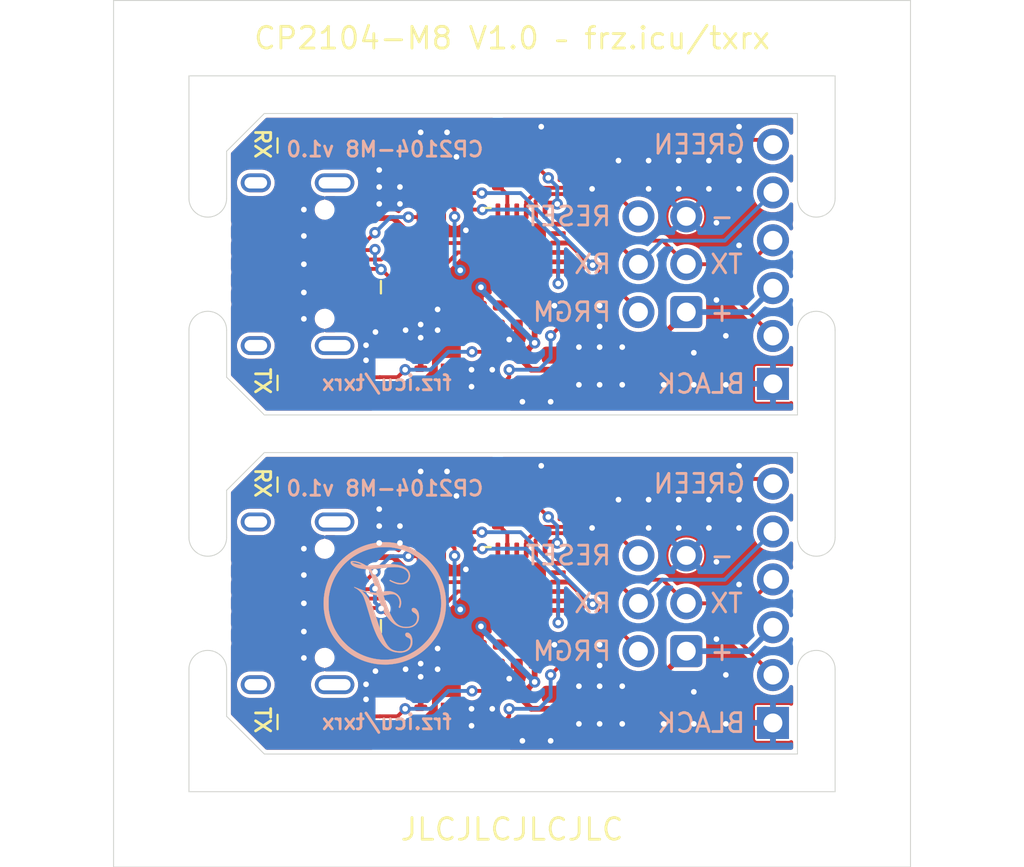
<source format=kicad_pcb>
(kicad_pcb (version 20171130) (host pcbnew "(5.1.8-0-10_14)")
  (layers (0 F.Cu signal) (31 B.Cu signal) (34 B.Paste user) (35 F.Paste user) (36 B.SilkS user) (37 F.SilkS user) (38 B.Mask user) (39 F.Mask user) (44 Edge.Cuts user))
  (net 0 "")
  (net 1 VBUS)
  (net 2 GND)
  (net 3 +3V3)
  (net 4 "Net-(D1-Pad1)")
  (net 5 "Net-(D1-Pad2)")
  (net 6 "Net-(D2-Pad2)")
  (net 7 "Net-(D2-Pad1)")
  (net 8 "Net-(J1-PadS1)")
  (net 9 D+)
  (net 10 "Net-(J1-PadB5)")
  (net 11 "Net-(J1-PadA8)")
  (net 12 D-)
  (net 13 "Net-(J1-PadA5)")
  (net 14 "Net-(J1-PadB8)")
  (net 15 TXD)
  (net 16 GPIO0)
  (net 17 RXD)
  (net 18 RESET)
  (net 19 CTS)
  (net 20 RTS)
  (net 21 "Net-(Q1-Pad2)")
  (net 22 DTR)
  (net 23 "Net-(Q2-Pad2)")
  (net 24 "Net-(R7-Pad2)")
  (net 25 VDD)
  (net 26 "Net-(C3-Pad2)")
  (net 27 "Net-(R4-Pad1)")
  (net 28 "Net-(U1-Pad1)")
  (net 29 "Net-(U1-Pad10)")
  (net 30 "Net-(U1-Pad11)")
  (net 31 "Net-(U1-Pad12)")
  (net 32 "Net-(U1-Pad15)")
  (net 33 "Net-(U1-Pad17)")
  (net 34 "Net-(U1-Pad22)")
  (net 35 "Net-(U1-Pad24)")
  (net 36 "Net-(U2-Pad4)")
  (module Mounting_Wuerth:JLCPCB_Tooling_Hole (layer F.Cu) (at 144.3 134)
    (fp_text reference REF** hide)
    (fp_text value JLCPCB_Tooling_Hole)
    (pad "" np_thru_hole circle (at 0 0) (size 1.152 1.152) (drill 1.152) (layers *.Cu *.Mask))
  )
  (module Mounting_Wuerth:JLCPCB_Tooling_Hole (layer F.Cu) (at 144.3 100)
    (fp_text reference REF** hide)
    (fp_text value JLCPCB_Tooling_Hole)
    (pad "" np_thru_hole circle (at 0 0) (size 1.152 1.152) (drill 1.152) (layers *.Cu *.Mask))
  )
  (module Mounting_Wuerth:JLCPCB_Tooling_Hole (layer F.Cu) (at 106 100)
    (fp_text reference REF** hide)
    (fp_text value JLCPCB_Tooling_Hole)
    (pad "" np_thru_hole circle (at 0 0) (size 1.152 1.152) (drill 1.152) (layers *.Cu *.Mask))
  )
  (module Mounting_Wuerth:JLCPCB_Tooling_Hole (layer F.Cu) (at 106 134)
    (fp_text reference REF** hide)
    (fp_text value JLCPCB_Tooling_Hole)
    (pad "" np_thru_hole circle (at 0 0) (size 1.152 1.152) (drill 1.152) (layers *.Cu *.Mask))
  )
  (module Panelization:mouse-bite-2mm-slot (layer F.Cu) (at 141.3 108 90)
    (fp_text reference mouse-bite-2mm-slot hide)
    (fp_text value VAL** hide)
    (pad "" np_thru_hole circle (at 2.125 0.75 90) (size 0.6 0.6) (drill 0.6) (layers *.Cu *.Mask))
    (pad "" np_thru_hole circle (at 2.125 -0.75 90) (size 0.6 0.6) (drill 0.6) (layers *.Cu *.Mask))
    (pad "" np_thru_hole circle (at 1.275 0.75 90) (size 0.6 0.6) (drill 0.6) (layers *.Cu *.Mask))
    (pad "" np_thru_hole circle (at 1.275 -0.75 90) (size 0.6 0.6) (drill 0.6) (layers *.Cu *.Mask))
    (pad "" np_thru_hole circle (at 0.425 0.75 90) (size 0.6 0.6) (drill 0.6) (layers *.Cu *.Mask))
    (pad "" np_thru_hole circle (at 0.425 -0.75 90) (size 0.6 0.6) (drill 0.6) (layers *.Cu *.Mask))
    (pad "" np_thru_hole circle (at -2.125 0.75 90) (size 0.6 0.6) (drill 0.6) (layers *.Cu *.Mask))
    (pad "" np_thru_hole circle (at -2.125 -0.75 90) (size 0.6 0.6) (drill 0.6) (layers *.Cu *.Mask))
    (pad "" np_thru_hole circle (at -1.275 0.75 90) (size 0.6 0.6) (drill 0.6) (layers *.Cu *.Mask))
    (pad "" np_thru_hole circle (at -1.275 -0.75 90) (size 0.6 0.6) (drill 0.6) (layers *.Cu *.Mask))
    (pad "" np_thru_hole circle (at -0.425 -0.75 90) (size 0.6 0.6) (drill 0.6) (layers *.Cu *.Mask))
    (pad "" np_thru_hole circle (at -0.425 0.75 90) (size 0.6 0.6) (drill 0.6) (layers *.Cu *.Mask))
  )
  (module Panelization:mouse-bite-2mm-slot (layer F.Cu) (at 141.3 126 90)
    (fp_text reference mouse-bite-2mm-slot hide)
    (fp_text value VAL** hide)
    (pad "" np_thru_hole circle (at 2.125 0.75 90) (size 0.6 0.6) (drill 0.6) (layers *.Cu *.Mask))
    (pad "" np_thru_hole circle (at 2.125 -0.75 90) (size 0.6 0.6) (drill 0.6) (layers *.Cu *.Mask))
    (pad "" np_thru_hole circle (at 1.275 0.75 90) (size 0.6 0.6) (drill 0.6) (layers *.Cu *.Mask))
    (pad "" np_thru_hole circle (at 1.275 -0.75 90) (size 0.6 0.6) (drill 0.6) (layers *.Cu *.Mask))
    (pad "" np_thru_hole circle (at 0.425 0.75 90) (size 0.6 0.6) (drill 0.6) (layers *.Cu *.Mask))
    (pad "" np_thru_hole circle (at 0.425 -0.75 90) (size 0.6 0.6) (drill 0.6) (layers *.Cu *.Mask))
    (pad "" np_thru_hole circle (at -2.125 0.75 90) (size 0.6 0.6) (drill 0.6) (layers *.Cu *.Mask))
    (pad "" np_thru_hole circle (at -2.125 -0.75 90) (size 0.6 0.6) (drill 0.6) (layers *.Cu *.Mask))
    (pad "" np_thru_hole circle (at -1.275 0.75 90) (size 0.6 0.6) (drill 0.6) (layers *.Cu *.Mask))
    (pad "" np_thru_hole circle (at -1.275 -0.75 90) (size 0.6 0.6) (drill 0.6) (layers *.Cu *.Mask))
    (pad "" np_thru_hole circle (at -0.425 -0.75 90) (size 0.6 0.6) (drill 0.6) (layers *.Cu *.Mask))
    (pad "" np_thru_hole circle (at -0.425 0.75 90) (size 0.6 0.6) (drill 0.6) (layers *.Cu *.Mask))
  )
  (module Panelization:mouse-bite-2mm-slot (layer F.Cu) (at 109 126 90)
    (fp_text reference mouse-bite-2mm-slot hide)
    (fp_text value VAL** hide)
    (pad "" np_thru_hole circle (at 2.125 0.75 90) (size 0.6 0.6) (drill 0.6) (layers *.Cu *.Mask))
    (pad "" np_thru_hole circle (at 2.125 -0.75 90) (size 0.6 0.6) (drill 0.6) (layers *.Cu *.Mask))
    (pad "" np_thru_hole circle (at 1.275 0.75 90) (size 0.6 0.6) (drill 0.6) (layers *.Cu *.Mask))
    (pad "" np_thru_hole circle (at 1.275 -0.75 90) (size 0.6 0.6) (drill 0.6) (layers *.Cu *.Mask))
    (pad "" np_thru_hole circle (at 0.425 0.75 90) (size 0.6 0.6) (drill 0.6) (layers *.Cu *.Mask))
    (pad "" np_thru_hole circle (at 0.425 -0.75 90) (size 0.6 0.6) (drill 0.6) (layers *.Cu *.Mask))
    (pad "" np_thru_hole circle (at -2.125 0.75 90) (size 0.6 0.6) (drill 0.6) (layers *.Cu *.Mask))
    (pad "" np_thru_hole circle (at -2.125 -0.75 90) (size 0.6 0.6) (drill 0.6) (layers *.Cu *.Mask))
    (pad "" np_thru_hole circle (at -1.275 0.75 90) (size 0.6 0.6) (drill 0.6) (layers *.Cu *.Mask))
    (pad "" np_thru_hole circle (at -1.275 -0.75 90) (size 0.6 0.6) (drill 0.6) (layers *.Cu *.Mask))
    (pad "" np_thru_hole circle (at -0.425 -0.75 90) (size 0.6 0.6) (drill 0.6) (layers *.Cu *.Mask))
    (pad "" np_thru_hole circle (at -0.425 0.75 90) (size 0.6 0.6) (drill 0.6) (layers *.Cu *.Mask))
  )
  (module Panelization:mouse-bite-2mm-slot (layer F.Cu) (at 109 108 90)
    (fp_text reference mouse-bite-2mm-slot hide)
    (fp_text value VAL** hide)
    (pad "" np_thru_hole circle (at 2.125 0.75 90) (size 0.6 0.6) (drill 0.6) (layers *.Cu *.Mask))
    (pad "" np_thru_hole circle (at 2.125 -0.75 90) (size 0.6 0.6) (drill 0.6) (layers *.Cu *.Mask))
    (pad "" np_thru_hole circle (at 1.275 0.75 90) (size 0.6 0.6) (drill 0.6) (layers *.Cu *.Mask))
    (pad "" np_thru_hole circle (at 1.275 -0.75 90) (size 0.6 0.6) (drill 0.6) (layers *.Cu *.Mask))
    (pad "" np_thru_hole circle (at 0.425 0.75 90) (size 0.6 0.6) (drill 0.6) (layers *.Cu *.Mask))
    (pad "" np_thru_hole circle (at 0.425 -0.75 90) (size 0.6 0.6) (drill 0.6) (layers *.Cu *.Mask))
    (pad "" np_thru_hole circle (at -2.125 0.75 90) (size 0.6 0.6) (drill 0.6) (layers *.Cu *.Mask))
    (pad "" np_thru_hole circle (at -2.125 -0.75 90) (size 0.6 0.6) (drill 0.6) (layers *.Cu *.Mask))
    (pad "" np_thru_hole circle (at -1.275 0.75 90) (size 0.6 0.6) (drill 0.6) (layers *.Cu *.Mask))
    (pad "" np_thru_hole circle (at -1.275 -0.75 90) (size 0.6 0.6) (drill 0.6) (layers *.Cu *.Mask))
    (pad "" np_thru_hole circle (at -0.425 -0.75 90) (size 0.6 0.6) (drill 0.6) (layers *.Cu *.Mask))
    (pad "" np_thru_hole circle (at -0.425 0.75 90) (size 0.6 0.6) (drill 0.6) (layers *.Cu *.Mask))
  )
  (module Resistor_SMD:R_0402_1005Metric (layer F.Cu) (at 116.7 114.3)
    (fp_text reference R1 hide)
    (fp_text value 1kΩ)
    (pad 2 smd roundrect (at 0.51 0) (size 0.54 0.64) (layers F.Cu F.Paste F.Mask) (net 3 +3V3))
    (pad 1 smd roundrect (at -0.51 0) (size 0.54 0.64) (layers F.Cu F.Paste F.Mask) (net 5 "Net-(D1-Pad2)"))
  )
  (module Capacitor_SMD:C_0603_1608Metric (layer F.Cu) (at 122.3 110.25 270)
    (fp_text reference C2 hide)
    (fp_text value 2.2µF)
    (pad 2 smd roundrect (at 0.775 0 270) (size 0.9 0.95) (layers F.Cu F.Paste F.Mask) (net 2 GND))
    (pad 1 smd roundrect (at -0.775 0 270) (size 0.9 0.95) (layers F.Cu F.Paste F.Mask) (net 3 +3V3))
  )
  (module Capacitor_SMD:C_0402_1005Metric (layer F.Cu) (at 123.5 110.7 270)
    (fp_text reference C1 hide)
    (fp_text value 100nF)
    (pad 2 smd roundrect (at 0.48 0 270) (size 0.56 0.62) (layers F.Cu F.Paste F.Mask) (net 2 GND))
    (pad 1 smd roundrect (at -0.48 0 270) (size 0.56 0.62) (layers F.Cu F.Paste F.Mask) (net 3 +3V3))
  )
  (module Package_TO_SOT_SMD:SOT-23-5 (layer F.Cu) (at 123 113.6)
    (fp_text reference U2 hide)
    (fp_text value TLV75533PDBV)
    (pad 5 smd rect (at 1.1 -0.95) (size 1.06 0.65) (layers F.Cu F.Paste F.Mask) (net 3 +3V3))
    (pad 4 smd rect (at 1.1 0.95) (size 1.06 0.65) (layers F.Cu F.Paste F.Mask) (net 36 "Net-(U2-Pad4)"))
    (pad 3 smd rect (at -1.1 0.95) (size 1.06 0.65) (layers F.Cu F.Paste F.Mask) (net 1 VBUS))
    (pad 2 smd rect (at -1.1 0) (size 1.06 0.65) (layers F.Cu F.Paste F.Mask) (net 2 GND))
    (pad 1 smd rect (at -1.1 -0.95) (size 1.06 0.65) (layers F.Cu F.Paste F.Mask) (net 1 VBUS))
  )
  (module Capacitor_SMD:C_0603_1608Metric (layer F.Cu) (at 125.7 113.6 270)
    (fp_text reference C5 hide)
    (fp_text value 2.2µF)
    (pad 2 smd roundrect (at 0.775 0 270) (size 0.9 0.95) (layers F.Cu F.Paste F.Mask) (net 2 GND))
    (pad 1 smd roundrect (at -0.775 0 270) (size 0.9 0.95) (layers F.Cu F.Paste F.Mask) (net 3 +3V3))
  )
  (module Capacitor_SMD:C_0603_1608Metric (layer F.Cu) (at 120.3 113.6 270)
    (fp_text reference C4 hide)
    (fp_text value 2.2µF)
    (pad 2 smd roundrect (at 0.775 0 270) (size 0.9 0.95) (layers F.Cu F.Paste F.Mask) (net 1 VBUS))
    (pad 1 smd roundrect (at -0.775 0 270) (size 0.9 0.95) (layers F.Cu F.Paste F.Mask) (net 2 GND))
  )
  (module Package_DFN_QFN:QFN-24-1EP_4x4mm_P0.5mm_EP2.6x2.6mm (layer F.Cu) (at 125.65 107.125)
    (fp_text reference U1 hide)
    (fp_text value CP2104)
    (pad 25 smd rect (at 0 0) (size 2.6 2.6) (layers F.Cu F.Mask) (net 2 GND))
    (pad 24 smd roundrect (at -1.25 -1.9375) (size 0.25 0.825) (layers F.Cu F.Paste F.Mask) (net 35 "Net-(U1-Pad24)"))
    (pad 23 smd roundrect (at -0.75 -1.9375) (size 0.25 0.825) (layers F.Cu F.Paste F.Mask) (net 22 DTR))
    (pad 22 smd roundrect (at -0.25 -1.9375) (size 0.25 0.825) (layers F.Cu F.Paste F.Mask) (net 34 "Net-(U1-Pad22)"))
    (pad 21 smd roundrect (at 0.25 -1.9375) (size 0.25 0.825) (layers F.Cu F.Paste F.Mask) (net 15 TXD))
    (pad 20 smd roundrect (at 0.75 -1.9375) (size 0.25 0.825) (layers F.Cu F.Paste F.Mask) (net 17 RXD))
    (pad 19 smd roundrect (at 1.25 -1.9375) (size 0.25 0.825) (layers F.Cu F.Paste F.Mask) (net 20 RTS))
    (pad 18 smd roundrect (at 1.9375 -1.25) (size 0.825 0.25) (layers F.Cu F.Paste F.Mask) (net 19 CTS))
    (pad 17 smd roundrect (at 1.9375 -0.75) (size 0.825 0.25) (layers F.Cu F.Paste F.Mask) (net 33 "Net-(U1-Pad17)"))
    (pad 16 smd roundrect (at 1.9375 -0.25) (size 0.825 0.25) (layers F.Cu F.Paste F.Mask) (net 26 "Net-(C3-Pad2)"))
    (pad 15 smd roundrect (at 1.9375 0.25) (size 0.825 0.25) (layers F.Cu F.Paste F.Mask) (net 32 "Net-(U1-Pad15)"))
    (pad 14 smd roundrect (at 1.9375 0.75) (size 0.825 0.25) (layers F.Cu F.Paste F.Mask) (net 4 "Net-(D1-Pad1)"))
    (pad 13 smd roundrect (at 1.9375 1.25) (size 0.825 0.25) (layers F.Cu F.Paste F.Mask) (net 7 "Net-(D2-Pad1)"))
    (pad 12 smd roundrect (at 1.25 1.9375) (size 0.25 0.825) (layers F.Cu F.Paste F.Mask) (net 31 "Net-(U1-Pad12)"))
    (pad 11 smd roundrect (at 0.75 1.9375) (size 0.25 0.825) (layers F.Cu F.Paste F.Mask) (net 30 "Net-(U1-Pad11)"))
    (pad 10 smd roundrect (at 0.25 1.9375) (size 0.25 0.825) (layers F.Cu F.Paste F.Mask) (net 29 "Net-(U1-Pad10)"))
    (pad 9 smd roundrect (at -0.25 1.9375) (size 0.25 0.825) (layers F.Cu F.Paste F.Mask) (net 24 "Net-(R7-Pad2)"))
    (pad 8 smd roundrect (at -0.75 1.9375) (size 0.25 0.825) (layers F.Cu F.Paste F.Mask) (net 27 "Net-(R4-Pad1)"))
    (pad 7 smd roundrect (at -1.25 1.9375) (size 0.25 0.825) (layers F.Cu F.Paste F.Mask) (net 3 +3V3))
    (pad 6 smd roundrect (at -1.9375 1.25) (size 0.825 0.25) (layers F.Cu F.Paste F.Mask) (net 3 +3V3))
    (pad 5 smd roundrect (at -1.9375 0.75) (size 0.825 0.25) (layers F.Cu F.Paste F.Mask) (net 3 +3V3))
    (pad 4 smd roundrect (at -1.9375 0.25) (size 0.825 0.25) (layers F.Cu F.Paste F.Mask) (net 12 D-))
    (pad 3 smd roundrect (at -1.9375 -0.25) (size 0.825 0.25) (layers F.Cu F.Paste F.Mask) (net 9 D+))
    (pad 2 smd roundrect (at -1.9375 -0.75) (size 0.825 0.25) (layers F.Cu F.Paste F.Mask) (net 2 GND))
    (pad 1 smd roundrect (at -1.9375 -1.25) (size 0.825 0.25) (layers F.Cu F.Paste F.Mask) (net 28 "Net-(U1-Pad1)"))
  )
  (module Package_TO_SOT_SMD:SOT-23-6 (layer F.Cu) (at 119.8 108 90)
    (fp_text reference U3 hide)
    (fp_text value SRV05-4)
    (pad 5 smd rect (at 1.1 0 90) (size 1.06 0.65) (layers F.Cu F.Paste F.Mask) (net 25 VDD))
    (pad 6 smd rect (at 1.1 -0.95 90) (size 1.06 0.65) (layers F.Cu F.Paste F.Mask) (net 9 D+))
    (pad 4 smd rect (at 1.1 0.95 90) (size 1.06 0.65) (layers F.Cu F.Paste F.Mask) (net 9 D+))
    (pad 3 smd rect (at -1.1 0.95 90) (size 1.06 0.65) (layers F.Cu F.Paste F.Mask) (net 12 D-))
    (pad 2 smd rect (at -1.1 0 90) (size 1.06 0.65) (layers F.Cu F.Paste F.Mask) (net 2 GND))
    (pad 1 smd rect (at -1.1 -0.95 90) (size 1.06 0.65) (layers F.Cu F.Paste F.Mask) (net 12 D-))
  )
  (module Resistor_SMD:R_0402_1005Metric (layer F.Cu) (at 124.4 101.4 270)
    (fp_text reference R9 hide)
    (fp_text value 10kΩ)
    (pad 2 smd roundrect (at 0.51 0 270) (size 0.54 0.64) (layers F.Cu F.Paste F.Mask) (net 23 "Net-(Q2-Pad2)"))
    (pad 1 smd roundrect (at -0.51 0 270) (size 0.54 0.64) (layers F.Cu F.Paste F.Mask) (net 20 RTS))
  )
  (module Resistor_SMD:R_0402_1005Metric (layer F.Cu) (at 124.4 103.3 90)
    (fp_text reference R8 hide)
    (fp_text value 10kΩ)
    (pad 2 smd roundrect (at 0.51 0 90) (size 0.54 0.64) (layers F.Cu F.Paste F.Mask) (net 21 "Net-(Q1-Pad2)"))
    (pad 1 smd roundrect (at -0.51 0 90) (size 0.54 0.64) (layers F.Cu F.Paste F.Mask) (net 22 DTR))
  )
  (module Resistor_SMD:R_0402_1005Metric (layer F.Cu) (at 126.35 110.7 90)
    (fp_text reference R7 hide)
    (fp_text value 4.7kΩ)
    (pad 2 smd roundrect (at 0.51 0 90) (size 0.54 0.64) (layers F.Cu F.Paste F.Mask) (net 24 "Net-(R7-Pad2)"))
    (pad 1 smd roundrect (at -0.51 0 90) (size 0.54 0.64) (layers F.Cu F.Paste F.Mask) (net 3 +3V3))
  )
  (module Resistor_SMD:R_0402_1005Metric (layer F.Cu) (at 125.4 110.7 90)
    (fp_text reference R5 hide)
    (fp_text value 47kΩ)
    (pad 2 smd roundrect (at 0.51 0 90) (size 0.54 0.64) (layers F.Cu F.Paste F.Mask) (net 27 "Net-(R4-Pad1)"))
    (pad 1 smd roundrect (at -0.51 0 90) (size 0.54 0.64) (layers F.Cu F.Paste F.Mask) (net 2 GND))
  )
  (module Resistor_SMD:R_0402_1005Metric (layer F.Cu) (at 124.45 110.7 270)
    (fp_text reference R4 hide)
    (fp_text value 24kΩ)
    (pad 2 smd roundrect (at 0.51 0 270) (size 0.54 0.64) (layers F.Cu F.Paste F.Mask) (net 1 VBUS))
    (pad 1 smd roundrect (at -0.51 0 270) (size 0.54 0.64) (layers F.Cu F.Paste F.Mask) (net 27 "Net-(R4-Pad1)"))
  )
  (module Resistor_SMD:R_0402_1005Metric (layer F.Cu) (at 120.865 105.5)
    (fp_text reference R6 hide)
    (fp_text value 5.1Ω)
    (pad 2 smd roundrect (at 0.51 0) (size 0.54 0.64) (layers F.Cu F.Paste F.Mask) (net 2 GND))
    (pad 1 smd roundrect (at -0.51 0) (size 0.54 0.64) (layers F.Cu F.Paste F.Mask) (net 13 "Net-(J1-PadA5)"))
  )
  (module Resistor_SMD:R_0402_1005Metric (layer F.Cu) (at 119.8 110.425 180)
    (fp_text reference R3 hide)
    (fp_text value 5.1kΩ)
    (pad 2 smd roundrect (at 0.51 0 180) (size 0.54 0.64) (layers F.Cu F.Paste F.Mask) (net 10 "Net-(J1-PadB5)"))
    (pad 1 smd roundrect (at -0.51 0 180) (size 0.54 0.64) (layers F.Cu F.Paste F.Mask) (net 2 GND))
  )
  (module Inductor_SMD:L_0805_2012Metric (layer F.Cu) (at 118.7 113.6 90)
    (fp_text reference FB1 hide)
    (fp_text value Ferrite_Bead_Small)
    (pad 2 smd roundrect (at 1.0625 0 90) (size 0.875 1.2) (layers F.Cu F.Paste F.Mask) (net 25 VDD))
    (pad 1 smd roundrect (at -1.0625 0 90) (size 0.875 1.2) (layers F.Cu F.Paste F.Mask) (net 1 VBUS))
  )
  (module LED_SMD:LED_0603_1608Metric (layer F.Cu) (at 114.1 101.7)
    (fp_text reference D2 hide)
    (fp_text value RX-LED)
    (pad 2 smd roundrect (at 0.7875 0) (size 0.875 0.95) (layers F.Cu F.Paste F.Mask) (net 6 "Net-(D2-Pad2)"))
    (pad 1 smd roundrect (at -0.7875 0) (size 0.875 0.95) (layers F.Cu F.Paste F.Mask) (net 7 "Net-(D2-Pad1)"))
  )
  (module LED_SMD:LED_0603_1608Metric (layer F.Cu) (at 114.1 114.3)
    (fp_text reference D1 hide)
    (fp_text value TX-LED)
    (pad 2 smd roundrect (at 0.7875 0) (size 0.875 0.95) (layers F.Cu F.Paste F.Mask) (net 5 "Net-(D1-Pad2)"))
    (pad 1 smd roundrect (at -0.7875 0) (size 0.875 0.95) (layers F.Cu F.Paste F.Mask) (net 4 "Net-(D1-Pad1)"))
  )
  (module Capacitor_SMD:C_0603_1608Metric (layer F.Cu) (at 127.2 113.6 90)
    (fp_text reference C3 hide)
    (fp_text value 4.7µF)
    (pad 2 smd roundrect (at 0.775 0 90) (size 0.9 0.95) (layers F.Cu F.Paste F.Mask) (net 26 "Net-(C3-Pad2)"))
    (pad 1 smd roundrect (at -0.775 0 90) (size 0.9 0.95) (layers F.Cu F.Paste F.Mask) (net 2 GND))
  )
  (module Package_TO_SOT_SMD:SOT-23 (layer F.Cu) (at 122.1 102.35 180)
    (fp_text reference Q2 hide)
    (fp_text value S8050)
    (pad 3 smd rect (at 1 0 180) (size 0.9 0.8) (layers F.Cu F.Paste F.Mask) (net 16 GPIO0))
    (pad 2 smd rect (at -1 0.95 180) (size 0.9 0.8) (layers F.Cu F.Paste F.Mask) (net 23 "Net-(Q2-Pad2)"))
    (pad 1 smd rect (at -1 -0.95 180) (size 0.9 0.8) (layers F.Cu F.Paste F.Mask) (net 22 DTR))
  )
  (module Package_TO_SOT_SMD:SOT-23 (layer F.Cu) (at 126.7 102.35)
    (fp_text reference Qe hide)
    (fp_text value S8050)
    (pad 3 smd rect (at 1 0) (size 0.9 0.8) (layers F.Cu F.Paste F.Mask) (net 18 RESET))
    (pad 2 smd rect (at -1 0.95) (size 0.9 0.8) (layers F.Cu F.Paste F.Mask) (net 21 "Net-(Q1-Pad2)"))
    (pad 1 smd rect (at -1 -0.95) (size 0.9 0.8) (layers F.Cu F.Paste F.Mask) (net 20 RTS))
  )
  (module Connector_PinSocket_2.54mm:PinSocket_1x06_P2.54mm_Horizontal (layer F.Cu) (at 139 114.35 180)
    (fp_text reference Je hide)
    (fp_text value FTDI-EQUIV)
    (pad 6 thru_hole oval (at 0 12.7 180) (size 1.7 1.7) (drill 1) (layers *.Cu *.Mask) (net 20 RTS))
    (pad 5 thru_hole oval (at 0 10.16 180) (size 1.7 1.7) (drill 1) (layers *.Cu *.Mask) (net 17 RXD))
    (pad 4 thru_hole oval (at 0 7.62 180) (size 1.7 1.7) (drill 1) (layers *.Cu *.Mask) (net 15 TXD))
    (pad 3 thru_hole oval (at 0 5.08 180) (size 1.7 1.7) (drill 1) (layers *.Cu *.Mask) (net 3 +3V3))
    (pad 2 thru_hole oval (at 0 2.54 180) (size 1.7 1.7) (drill 1) (layers *.Cu *.Mask) (net 19 CTS))
    (pad 1 thru_hole rect (at 0 0 180) (size 1.7 1.7) (drill 1) (layers *.Cu *.Mask) (net 2 GND))
  )
  (module Connector_IDC:IDC-Header_2x03_P2.54mm_Vertical (layer F.Cu) (at 134.4 110.54 180)
    (fp_text reference J2 hide)
    (fp_text value Tag-Connect-Out)
    (pad 6 thru_hole circle (at 2.54 5.08 180) (size 1.7 1.7) (drill 1) (layers *.Cu *.Mask) (net 18 RESET))
    (pad 4 thru_hole circle (at 2.54 2.54 180) (size 1.7 1.7) (drill 1) (layers *.Cu *.Mask) (net 17 RXD))
    (pad 2 thru_hole circle (at 2.54 0 180) (size 1.7 1.7) (drill 1) (layers *.Cu *.Mask) (net 16 GPIO0))
    (pad 5 thru_hole circle (at 0 5.08 180) (size 1.7 1.7) (drill 1) (layers *.Cu *.Mask) (net 2 GND))
    (pad 3 thru_hole circle (at 0 2.54 180) (size 1.7 1.7) (drill 1) (layers *.Cu *.Mask) (net 15 TXD))
    (pad 1 thru_hole roundrect (at 0 0 180) (size 1.7 1.7) (drill 1) (layers *.Cu *.Mask) (roundrect_rratio 0.1470588235294118) (net 3 +3V3))
  )
  (module Resistor_SMD:R_0402_1005Metric (layer F.Cu) (at 116.7 101.7)
    (fp_text reference R2 hide)
    (fp_text value 1kΩ)
    (pad 2 smd roundrect (at 0.51 0) (size 0.54 0.64) (layers F.Cu F.Paste F.Mask) (net 3 +3V3))
    (pad 1 smd roundrect (at -0.51 0) (size 0.54 0.64) (layers F.Cu F.Paste F.Mask) (net 6 "Net-(D2-Pad2)"))
  )
  (module Connector_USB:USB_C_Receptacle_HRO_TYPE-C-31-M-12 (layer F.Cu) (at 112.6 108 270)
    (fp_text reference J1 hide)
    (fp_text value "C393939 Conn")
    (pad B1 smd rect (at 3.25 -4.045 270) (size 0.6 1.45) (layers F.Cu F.Paste F.Mask) (net 2 GND))
    (pad A9 smd rect (at 2.45 -4.045 270) (size 0.6 1.45) (layers F.Cu F.Paste F.Mask) (net 25 VDD))
    (pad B9 smd rect (at -2.45 -4.045 270) (size 0.6 1.45) (layers F.Cu F.Paste F.Mask) (net 25 VDD))
    (pad B12 smd rect (at -3.25 -4.045 270) (size 0.6 1.45) (layers F.Cu F.Paste F.Mask) (net 2 GND))
    (pad A1 smd rect (at -3.25 -4.045 270) (size 0.6 1.45) (layers F.Cu F.Paste F.Mask) (net 2 GND))
    (pad A4 smd rect (at -2.45 -4.045 270) (size 0.6 1.45) (layers F.Cu F.Paste F.Mask) (net 25 VDD))
    (pad B4 smd rect (at 2.45 -4.045 270) (size 0.6 1.45) (layers F.Cu F.Paste F.Mask) (net 25 VDD))
    (pad A12 smd rect (at 3.25 -4.045 270) (size 0.6 1.45) (layers F.Cu F.Paste F.Mask) (net 2 GND))
    (pad B8 smd rect (at -1.75 -4.045 270) (size 0.3 1.45) (layers F.Cu F.Paste F.Mask) (net 14 "Net-(J1-PadB8)"))
    (pad A5 smd rect (at -1.25 -4.045 270) (size 0.3 1.45) (layers F.Cu F.Paste F.Mask) (net 13 "Net-(J1-PadA5)"))
    (pad B7 smd rect (at -0.75 -4.045 270) (size 0.3 1.45) (layers F.Cu F.Paste F.Mask) (net 12 D-))
    (pad A7 smd rect (at 0.25 -4.045 270) (size 0.3 1.45) (layers F.Cu F.Paste F.Mask) (net 12 D-))
    (pad B6 smd rect (at 0.75 -4.045 270) (size 0.3 1.45) (layers F.Cu F.Paste F.Mask) (net 9 D+))
    (pad A8 smd rect (at 1.25 -4.045 270) (size 0.3 1.45) (layers F.Cu F.Paste F.Mask) (net 11 "Net-(J1-PadA8)"))
    (pad B5 smd rect (at 1.75 -4.045 270) (size 0.3 1.45) (layers F.Cu F.Paste F.Mask) (net 10 "Net-(J1-PadB5)"))
    (pad A6 smd rect (at -0.25 -4.045 270) (size 0.3 1.45) (layers F.Cu F.Paste F.Mask) (net 9 D+))
    (pad S1 thru_hole oval (at 4.32 -3.13 270) (size 1 2.1) (drill oval 0.6 1.7) (layers *.Cu *.Mask) (net 8 "Net-(J1-PadS1)"))
    (pad S1 thru_hole oval (at -4.32 -3.13 270) (size 1 2.1) (drill oval 0.6 1.7) (layers *.Cu *.Mask) (net 8 "Net-(J1-PadS1)"))
    (pad "" np_thru_hole circle (at -2.89 -2.6 270) (size 0.65 0.65) (drill 0.65) (layers *.Cu *.Mask))
    (pad S1 thru_hole oval (at -4.32 1.05 270) (size 1 1.6) (drill oval 0.6 1.2) (layers *.Cu *.Mask) (net 8 "Net-(J1-PadS1)"))
    (pad "" np_thru_hole circle (at 2.89 -2.6 270) (size 0.65 0.65) (drill 0.65) (layers *.Cu *.Mask))
    (pad S1 thru_hole oval (at 4.32 1.05 270) (size 1 1.6) (drill oval 0.6 1.2) (layers *.Cu *.Mask) (net 8 "Net-(J1-PadS1)"))
  )
  (module Connector_USB:USB_C_Receptacle_HRO_TYPE-C-31-M-12 (layer F.Cu) (at 112.6 126 270)
    (fp_text reference J1 hide)
    (fp_text value "C393939 Conn")
    (pad B1 smd rect (at 3.25 -4.045 270) (size 0.6 1.45) (layers F.Cu F.Paste F.Mask) (net 2 GND))
    (pad A9 smd rect (at 2.45 -4.045 270) (size 0.6 1.45) (layers F.Cu F.Paste F.Mask) (net 25 VDD))
    (pad B9 smd rect (at -2.45 -4.045 270) (size 0.6 1.45) (layers F.Cu F.Paste F.Mask) (net 25 VDD))
    (pad B12 smd rect (at -3.25 -4.045 270) (size 0.6 1.45) (layers F.Cu F.Paste F.Mask) (net 2 GND))
    (pad A1 smd rect (at -3.25 -4.045 270) (size 0.6 1.45) (layers F.Cu F.Paste F.Mask) (net 2 GND))
    (pad A4 smd rect (at -2.45 -4.045 270) (size 0.6 1.45) (layers F.Cu F.Paste F.Mask) (net 25 VDD))
    (pad B4 smd rect (at 2.45 -4.045 270) (size 0.6 1.45) (layers F.Cu F.Paste F.Mask) (net 25 VDD))
    (pad A12 smd rect (at 3.25 -4.045 270) (size 0.6 1.45) (layers F.Cu F.Paste F.Mask) (net 2 GND))
    (pad B8 smd rect (at -1.75 -4.045 270) (size 0.3 1.45) (layers F.Cu F.Paste F.Mask) (net 14 "Net-(J1-PadB8)"))
    (pad A5 smd rect (at -1.25 -4.045 270) (size 0.3 1.45) (layers F.Cu F.Paste F.Mask) (net 13 "Net-(J1-PadA5)"))
    (pad B7 smd rect (at -0.75 -4.045 270) (size 0.3 1.45) (layers F.Cu F.Paste F.Mask) (net 12 D-))
    (pad A7 smd rect (at 0.25 -4.045 270) (size 0.3 1.45) (layers F.Cu F.Paste F.Mask) (net 12 D-))
    (pad B6 smd rect (at 0.75 -4.045 270) (size 0.3 1.45) (layers F.Cu F.Paste F.Mask) (net 9 D+))
    (pad A8 smd rect (at 1.25 -4.045 270) (size 0.3 1.45) (layers F.Cu F.Paste F.Mask) (net 11 "Net-(J1-PadA8)"))
    (pad B5 smd rect (at 1.75 -4.045 270) (size 0.3 1.45) (layers F.Cu F.Paste F.Mask) (net 10 "Net-(J1-PadB5)"))
    (pad A6 smd rect (at -0.25 -4.045 270) (size 0.3 1.45) (layers F.Cu F.Paste F.Mask) (net 9 D+))
    (pad S1 thru_hole oval (at 4.32 -3.13 270) (size 1 2.1) (drill oval 0.6 1.7) (layers *.Cu *.Mask) (net 8 "Net-(J1-PadS1)"))
    (pad S1 thru_hole oval (at -4.32 -3.13 270) (size 1 2.1) (drill oval 0.6 1.7) (layers *.Cu *.Mask) (net 8 "Net-(J1-PadS1)"))
    (pad "" np_thru_hole circle (at -2.89 -2.6 270) (size 0.65 0.65) (drill 0.65) (layers *.Cu *.Mask))
    (pad S1 thru_hole oval (at -4.32 1.05 270) (size 1 1.6) (drill oval 0.6 1.2) (layers *.Cu *.Mask) (net 8 "Net-(J1-PadS1)"))
    (pad "" np_thru_hole circle (at 2.89 -2.6 270) (size 0.65 0.65) (drill 0.65) (layers *.Cu *.Mask))
    (pad S1 thru_hole oval (at 4.32 1.05 270) (size 1 1.6) (drill oval 0.6 1.2) (layers *.Cu *.Mask) (net 8 "Net-(J1-PadS1)"))
  )
  (module Logos:Logo_6.5mm (layer B.Cu) (at 118.4 126 180)
    (fp_text reference G*** hide)
    (fp_text value LOGO hide)
  )
  (module Resistor_SMD:R_0402_1005Metric (layer F.Cu) (at 116.7 119.7)
    (fp_text reference R2 hide)
    (fp_text value 1kΩ)
    (pad 2 smd roundrect (at 0.51 0) (size 0.54 0.64) (layers F.Cu F.Paste F.Mask) (net 3 +3V3))
    (pad 1 smd roundrect (at -0.51 0) (size 0.54 0.64) (layers F.Cu F.Paste F.Mask) (net 6 "Net-(D2-Pad2)"))
  )
  (module Connector_IDC:IDC-Header_2x03_P2.54mm_Vertical (layer F.Cu) (at 134.4 128.54 180)
    (fp_text reference J2 hide)
    (fp_text value Tag-Connect-Out)
    (pad 6 thru_hole circle (at 2.54 5.08 180) (size 1.7 1.7) (drill 1) (layers *.Cu *.Mask) (net 18 RESET))
    (pad 4 thru_hole circle (at 2.54 2.54 180) (size 1.7 1.7) (drill 1) (layers *.Cu *.Mask) (net 17 RXD))
    (pad 2 thru_hole circle (at 2.54 0 180) (size 1.7 1.7) (drill 1) (layers *.Cu *.Mask) (net 16 GPIO0))
    (pad 5 thru_hole circle (at 0 5.08 180) (size 1.7 1.7) (drill 1) (layers *.Cu *.Mask) (net 2 GND))
    (pad 3 thru_hole circle (at 0 2.54 180) (size 1.7 1.7) (drill 1) (layers *.Cu *.Mask) (net 15 TXD))
    (pad 1 thru_hole roundrect (at 0 0 180) (size 1.7 1.7) (drill 1) (layers *.Cu *.Mask) (roundrect_rratio 0.1470588235294118) (net 3 +3V3))
  )
  (module Connector_PinSocket_2.54mm:PinSocket_1x06_P2.54mm_Horizontal (layer F.Cu) (at 139 132.35 180)
    (fp_text reference Je hide)
    (fp_text value FTDI-EQUIV)
    (pad 6 thru_hole oval (at 0 12.7 180) (size 1.7 1.7) (drill 1) (layers *.Cu *.Mask) (net 20 RTS))
    (pad 5 thru_hole oval (at 0 10.16 180) (size 1.7 1.7) (drill 1) (layers *.Cu *.Mask) (net 17 RXD))
    (pad 4 thru_hole oval (at 0 7.62 180) (size 1.7 1.7) (drill 1) (layers *.Cu *.Mask) (net 15 TXD))
    (pad 3 thru_hole oval (at 0 5.08 180) (size 1.7 1.7) (drill 1) (layers *.Cu *.Mask) (net 3 +3V3))
    (pad 2 thru_hole oval (at 0 2.54 180) (size 1.7 1.7) (drill 1) (layers *.Cu *.Mask) (net 19 CTS))
    (pad 1 thru_hole rect (at 0 0 180) (size 1.7 1.7) (drill 1) (layers *.Cu *.Mask) (net 2 GND))
  )
  (module Package_TO_SOT_SMD:SOT-23 (layer F.Cu) (at 126.7 120.35)
    (fp_text reference Qe hide)
    (fp_text value S8050)
    (pad 3 smd rect (at 1 0) (size 0.9 0.8) (layers F.Cu F.Paste F.Mask) (net 18 RESET))
    (pad 2 smd rect (at -1 0.95) (size 0.9 0.8) (layers F.Cu F.Paste F.Mask) (net 21 "Net-(Q1-Pad2)"))
    (pad 1 smd rect (at -1 -0.95) (size 0.9 0.8) (layers F.Cu F.Paste F.Mask) (net 20 RTS))
  )
  (module Package_TO_SOT_SMD:SOT-23 (layer F.Cu) (at 122.1 120.35 180)
    (fp_text reference Q2 hide)
    (fp_text value S8050)
    (pad 3 smd rect (at 1 0 180) (size 0.9 0.8) (layers F.Cu F.Paste F.Mask) (net 16 GPIO0))
    (pad 2 smd rect (at -1 0.95 180) (size 0.9 0.8) (layers F.Cu F.Paste F.Mask) (net 23 "Net-(Q2-Pad2)"))
    (pad 1 smd rect (at -1 -0.95 180) (size 0.9 0.8) (layers F.Cu F.Paste F.Mask) (net 22 DTR))
  )
  (module Capacitor_SMD:C_0603_1608Metric (layer F.Cu) (at 127.2 131.6 90)
    (fp_text reference C3 hide)
    (fp_text value 4.7µF)
    (pad 2 smd roundrect (at 0.775 0 90) (size 0.9 0.95) (layers F.Cu F.Paste F.Mask) (net 26 "Net-(C3-Pad2)"))
    (pad 1 smd roundrect (at -0.775 0 90) (size 0.9 0.95) (layers F.Cu F.Paste F.Mask) (net 2 GND))
  )
  (module LED_SMD:LED_0603_1608Metric (layer F.Cu) (at 114.1 132.3)
    (fp_text reference D1 hide)
    (fp_text value TX-LED)
    (pad 2 smd roundrect (at 0.7875 0) (size 0.875 0.95) (layers F.Cu F.Paste F.Mask) (net 5 "Net-(D1-Pad2)"))
    (pad 1 smd roundrect (at -0.7875 0) (size 0.875 0.95) (layers F.Cu F.Paste F.Mask) (net 4 "Net-(D1-Pad1)"))
  )
  (module LED_SMD:LED_0603_1608Metric (layer F.Cu) (at 114.1 119.7)
    (fp_text reference D2 hide)
    (fp_text value RX-LED)
    (pad 2 smd roundrect (at 0.7875 0) (size 0.875 0.95) (layers F.Cu F.Paste F.Mask) (net 6 "Net-(D2-Pad2)"))
    (pad 1 smd roundrect (at -0.7875 0) (size 0.875 0.95) (layers F.Cu F.Paste F.Mask) (net 7 "Net-(D2-Pad1)"))
  )
  (module Inductor_SMD:L_0805_2012Metric (layer F.Cu) (at 118.7 131.6 90)
    (fp_text reference FB1 hide)
    (fp_text value Ferrite_Bead_Small)
    (pad 2 smd roundrect (at 1.0625 0 90) (size 0.875 1.2) (layers F.Cu F.Paste F.Mask) (net 25 VDD))
    (pad 1 smd roundrect (at -1.0625 0 90) (size 0.875 1.2) (layers F.Cu F.Paste F.Mask) (net 1 VBUS))
  )
  (module Resistor_SMD:R_0402_1005Metric (layer F.Cu) (at 119.8 128.425 180)
    (fp_text reference R3 hide)
    (fp_text value 5.1kΩ)
    (pad 2 smd roundrect (at 0.51 0 180) (size 0.54 0.64) (layers F.Cu F.Paste F.Mask) (net 10 "Net-(J1-PadB5)"))
    (pad 1 smd roundrect (at -0.51 0 180) (size 0.54 0.64) (layers F.Cu F.Paste F.Mask) (net 2 GND))
  )
  (module Resistor_SMD:R_0402_1005Metric (layer F.Cu) (at 120.865 123.5)
    (fp_text reference R6 hide)
    (fp_text value 5.1Ω)
    (pad 2 smd roundrect (at 0.51 0) (size 0.54 0.64) (layers F.Cu F.Paste F.Mask) (net 2 GND))
    (pad 1 smd roundrect (at -0.51 0) (size 0.54 0.64) (layers F.Cu F.Paste F.Mask) (net 13 "Net-(J1-PadA5)"))
  )
  (module Resistor_SMD:R_0402_1005Metric (layer F.Cu) (at 124.45 128.7 270)
    (fp_text reference R4 hide)
    (fp_text value 24kΩ)
    (pad 2 smd roundrect (at 0.51 0 270) (size 0.54 0.64) (layers F.Cu F.Paste F.Mask) (net 1 VBUS))
    (pad 1 smd roundrect (at -0.51 0 270) (size 0.54 0.64) (layers F.Cu F.Paste F.Mask) (net 27 "Net-(R4-Pad1)"))
  )
  (module Resistor_SMD:R_0402_1005Metric (layer F.Cu) (at 125.4 128.7 90)
    (fp_text reference R5 hide)
    (fp_text value 47kΩ)
    (pad 2 smd roundrect (at 0.51 0 90) (size 0.54 0.64) (layers F.Cu F.Paste F.Mask) (net 27 "Net-(R4-Pad1)"))
    (pad 1 smd roundrect (at -0.51 0 90) (size 0.54 0.64) (layers F.Cu F.Paste F.Mask) (net 2 GND))
  )
  (module Resistor_SMD:R_0402_1005Metric (layer F.Cu) (at 126.35 128.7 90)
    (fp_text reference R7 hide)
    (fp_text value 4.7kΩ)
    (pad 2 smd roundrect (at 0.51 0 90) (size 0.54 0.64) (layers F.Cu F.Paste F.Mask) (net 24 "Net-(R7-Pad2)"))
    (pad 1 smd roundrect (at -0.51 0 90) (size 0.54 0.64) (layers F.Cu F.Paste F.Mask) (net 3 +3V3))
  )
  (module Resistor_SMD:R_0402_1005Metric (layer F.Cu) (at 124.4 121.3 90)
    (fp_text reference R8 hide)
    (fp_text value 10kΩ)
    (pad 2 smd roundrect (at 0.51 0 90) (size 0.54 0.64) (layers F.Cu F.Paste F.Mask) (net 21 "Net-(Q1-Pad2)"))
    (pad 1 smd roundrect (at -0.51 0 90) (size 0.54 0.64) (layers F.Cu F.Paste F.Mask) (net 22 DTR))
  )
  (module Resistor_SMD:R_0402_1005Metric (layer F.Cu) (at 124.4 119.4 270)
    (fp_text reference R9 hide)
    (fp_text value 10kΩ)
    (pad 2 smd roundrect (at 0.51 0 270) (size 0.54 0.64) (layers F.Cu F.Paste F.Mask) (net 23 "Net-(Q2-Pad2)"))
    (pad 1 smd roundrect (at -0.51 0 270) (size 0.54 0.64) (layers F.Cu F.Paste F.Mask) (net 20 RTS))
  )
  (module Package_TO_SOT_SMD:SOT-23-6 (layer F.Cu) (at 119.8 126 90)
    (fp_text reference U3 hide)
    (fp_text value SRV05-4)
    (pad 5 smd rect (at 1.1 0 90) (size 1.06 0.65) (layers F.Cu F.Paste F.Mask) (net 25 VDD))
    (pad 6 smd rect (at 1.1 -0.95 90) (size 1.06 0.65) (layers F.Cu F.Paste F.Mask) (net 9 D+))
    (pad 4 smd rect (at 1.1 0.95 90) (size 1.06 0.65) (layers F.Cu F.Paste F.Mask) (net 9 D+))
    (pad 3 smd rect (at -1.1 0.95 90) (size 1.06 0.65) (layers F.Cu F.Paste F.Mask) (net 12 D-))
    (pad 2 smd rect (at -1.1 0 90) (size 1.06 0.65) (layers F.Cu F.Paste F.Mask) (net 2 GND))
    (pad 1 smd rect (at -1.1 -0.95 90) (size 1.06 0.65) (layers F.Cu F.Paste F.Mask) (net 12 D-))
  )
  (module Package_DFN_QFN:QFN-24-1EP_4x4mm_P0.5mm_EP2.6x2.6mm (layer F.Cu) (at 125.65 125.125)
    (fp_text reference U1 hide)
    (fp_text value CP2104)
    (pad 25 smd rect (at 0 0) (size 2.6 2.6) (layers F.Cu F.Mask) (net 2 GND))
    (pad 24 smd roundrect (at -1.25 -1.9375) (size 0.25 0.825) (layers F.Cu F.Paste F.Mask) (net 35 "Net-(U1-Pad24)"))
    (pad 23 smd roundrect (at -0.75 -1.9375) (size 0.25 0.825) (layers F.Cu F.Paste F.Mask) (net 22 DTR))
    (pad 22 smd roundrect (at -0.25 -1.9375) (size 0.25 0.825) (layers F.Cu F.Paste F.Mask) (net 34 "Net-(U1-Pad22)"))
    (pad 21 smd roundrect (at 0.25 -1.9375) (size 0.25 0.825) (layers F.Cu F.Paste F.Mask) (net 15 TXD))
    (pad 20 smd roundrect (at 0.75 -1.9375) (size 0.25 0.825) (layers F.Cu F.Paste F.Mask) (net 17 RXD))
    (pad 19 smd roundrect (at 1.25 -1.9375) (size 0.25 0.825) (layers F.Cu F.Paste F.Mask) (net 20 RTS))
    (pad 18 smd roundrect (at 1.9375 -1.25) (size 0.825 0.25) (layers F.Cu F.Paste F.Mask) (net 19 CTS))
    (pad 17 smd roundrect (at 1.9375 -0.75) (size 0.825 0.25) (layers F.Cu F.Paste F.Mask) (net 33 "Net-(U1-Pad17)"))
    (pad 16 smd roundrect (at 1.9375 -0.25) (size 0.825 0.25) (layers F.Cu F.Paste F.Mask) (net 26 "Net-(C3-Pad2)"))
    (pad 15 smd roundrect (at 1.9375 0.25) (size 0.825 0.25) (layers F.Cu F.Paste F.Mask) (net 32 "Net-(U1-Pad15)"))
    (pad 14 smd roundrect (at 1.9375 0.75) (size 0.825 0.25) (layers F.Cu F.Paste F.Mask) (net 4 "Net-(D1-Pad1)"))
    (pad 13 smd roundrect (at 1.9375 1.25) (size 0.825 0.25) (layers F.Cu F.Paste F.Mask) (net 7 "Net-(D2-Pad1)"))
    (pad 12 smd roundrect (at 1.25 1.9375) (size 0.25 0.825) (layers F.Cu F.Paste F.Mask) (net 31 "Net-(U1-Pad12)"))
    (pad 11 smd roundrect (at 0.75 1.9375) (size 0.25 0.825) (layers F.Cu F.Paste F.Mask) (net 30 "Net-(U1-Pad11)"))
    (pad 10 smd roundrect (at 0.25 1.9375) (size 0.25 0.825) (layers F.Cu F.Paste F.Mask) (net 29 "Net-(U1-Pad10)"))
    (pad 9 smd roundrect (at -0.25 1.9375) (size 0.25 0.825) (layers F.Cu F.Paste F.Mask) (net 24 "Net-(R7-Pad2)"))
    (pad 8 smd roundrect (at -0.75 1.9375) (size 0.25 0.825) (layers F.Cu F.Paste F.Mask) (net 27 "Net-(R4-Pad1)"))
    (pad 7 smd roundrect (at -1.25 1.9375) (size 0.25 0.825) (layers F.Cu F.Paste F.Mask) (net 3 +3V3))
    (pad 6 smd roundrect (at -1.9375 1.25) (size 0.825 0.25) (layers F.Cu F.Paste F.Mask) (net 3 +3V3))
    (pad 5 smd roundrect (at -1.9375 0.75) (size 0.825 0.25) (layers F.Cu F.Paste F.Mask) (net 3 +3V3))
    (pad 4 smd roundrect (at -1.9375 0.25) (size 0.825 0.25) (layers F.Cu F.Paste F.Mask) (net 12 D-))
    (pad 3 smd roundrect (at -1.9375 -0.25) (size 0.825 0.25) (layers F.Cu F.Paste F.Mask) (net 9 D+))
    (pad 2 smd roundrect (at -1.9375 -0.75) (size 0.825 0.25) (layers F.Cu F.Paste F.Mask) (net 2 GND))
    (pad 1 smd roundrect (at -1.9375 -1.25) (size 0.825 0.25) (layers F.Cu F.Paste F.Mask) (net 28 "Net-(U1-Pad1)"))
  )
  (module Capacitor_SMD:C_0603_1608Metric (layer F.Cu) (at 120.3 131.6 270)
    (fp_text reference C4 hide)
    (fp_text value 2.2µF)
    (pad 2 smd roundrect (at 0.775 0 270) (size 0.9 0.95) (layers F.Cu F.Paste F.Mask) (net 1 VBUS))
    (pad 1 smd roundrect (at -0.775 0 270) (size 0.9 0.95) (layers F.Cu F.Paste F.Mask) (net 2 GND))
  )
  (module Capacitor_SMD:C_0603_1608Metric (layer F.Cu) (at 125.7 131.6 270)
    (fp_text reference C5 hide)
    (fp_text value 2.2µF)
    (pad 2 smd roundrect (at 0.775 0 270) (size 0.9 0.95) (layers F.Cu F.Paste F.Mask) (net 2 GND))
    (pad 1 smd roundrect (at -0.775 0 270) (size 0.9 0.95) (layers F.Cu F.Paste F.Mask) (net 3 +3V3))
  )
  (module Package_TO_SOT_SMD:SOT-23-5 (layer F.Cu) (at 123 131.6)
    (fp_text reference U2 hide)
    (fp_text value TLV75533PDBV)
    (pad 5 smd rect (at 1.1 -0.95) (size 1.06 0.65) (layers F.Cu F.Paste F.Mask) (net 3 +3V3))
    (pad 4 smd rect (at 1.1 0.95) (size 1.06 0.65) (layers F.Cu F.Paste F.Mask) (net 36 "Net-(U2-Pad4)"))
    (pad 3 smd rect (at -1.1 0.95) (size 1.06 0.65) (layers F.Cu F.Paste F.Mask) (net 1 VBUS))
    (pad 2 smd rect (at -1.1 0) (size 1.06 0.65) (layers F.Cu F.Paste F.Mask) (net 2 GND))
    (pad 1 smd rect (at -1.1 -0.95) (size 1.06 0.65) (layers F.Cu F.Paste F.Mask) (net 1 VBUS))
  )
  (module Capacitor_SMD:C_0402_1005Metric (layer F.Cu) (at 123.5 128.7 270)
    (fp_text reference C1 hide)
    (fp_text value 100nF)
    (pad 2 smd roundrect (at 0.48 0 270) (size 0.56 0.62) (layers F.Cu F.Paste F.Mask) (net 2 GND))
    (pad 1 smd roundrect (at -0.48 0 270) (size 0.56 0.62) (layers F.Cu F.Paste F.Mask) (net 3 +3V3))
  )
  (module Capacitor_SMD:C_0603_1608Metric (layer F.Cu) (at 122.3 128.25 270)
    (fp_text reference C2 hide)
    (fp_text value 2.2µF)
    (pad 2 smd roundrect (at 0.775 0 270) (size 0.9 0.95) (layers F.Cu F.Paste F.Mask) (net 2 GND))
    (pad 1 smd roundrect (at -0.775 0 270) (size 0.9 0.95) (layers F.Cu F.Paste F.Mask) (net 3 +3V3))
  )
  (module Resistor_SMD:R_0402_1005Metric (layer F.Cu) (at 116.7 132.3)
    (fp_text reference R1 hide)
    (fp_text value 1kΩ)
    (pad 2 smd roundrect (at 0.51 0) (size 0.54 0.64) (layers F.Cu F.Paste F.Mask) (net 3 +3V3))
    (pad 1 smd roundrect (at -0.51 0) (size 0.54 0.64) (layers F.Cu F.Paste F.Mask) (net 5 "Net-(D1-Pad2)"))
  )
  (gr_text "CP2104-M8 V1.0 – frz.icu/txrx" (at 125.15 96) (layer F.SilkS) (effects (font (size 1.15 1.15))))
  (gr_line (start 146.3 94) (end 104 94) (layer Edge.Cuts) (width 0.05))
  (gr_line (start 146.3 140) (end 146.3 94) (layer Edge.Cuts) (width 0.05))
  (gr_line (start 104 140) (end 146.3 140) (layer Edge.Cuts) (width 0.05))
  (gr_line (start 104 94) (end 104 140) (layer Edge.Cuts) (width 0.05))
  (gr_line (start 142.3 136) (end 142.3 129.5) (layer Edge.Cuts) (width 0.05))
  (gr_line (start 108 136) (end 142.3 136) (layer Edge.Cuts) (width 0.05))
  (gr_line (start 108 129.5) (end 108 136) (layer Edge.Cuts) (width 0.05))
  (gr_line (start 108 98) (end 108 104.5) (layer Edge.Cuts) (width 0.05))
  (gr_line (start 142.3 98) (end 108 98) (layer Edge.Cuts) (width 0.05))
  (gr_line (start 142.3 104.5) (end 142.3 98) (layer Edge.Cuts) (width 0.05))
  (gr_line (start 142.3 122.5) (end 142.3 111.5) (layer Edge.Cuts) (width 0.05))
  (gr_line (start 108 111.5) (end 108 122.5) (layer Edge.Cuts) (width 0.05))
  (gr_line (start 110 104.5) (end 110 102) (layer Edge.Cuts) (width 0.05))
  (gr_line (start 110 114) (end 110 111.5) (layer Edge.Cuts) (width 0.05))
  (gr_line (start 140.3 104.5) (end 140.3 100) (layer Edge.Cuts) (width 0.05))
  (gr_line (start 140.3 111.5) (end 140.3 116) (layer Edge.Cuts) (width 0.05))
  (gr_line (start 140.3 122.5) (end 140.3 118) (layer Edge.Cuts) (width 0.05))
  (gr_line (start 140.3 129.5) (end 140.3 134) (layer Edge.Cuts) (width 0.05))
  (gr_line (start 110 129.5) (end 110 132) (layer Edge.Cuts) (width 0.05))
  (gr_line (start 110 120) (end 110 122.5) (layer Edge.Cuts) (width 0.05))
  (gr_arc (start 141.3 111.5) (end 142.3 111.5) (angle -180) (layer Edge.Cuts) (width 0.05))
  (gr_arc (start 141.3 104.5) (end 140.3 104.5) (angle -180) (layer Edge.Cuts) (width 0.05))
  (gr_arc (start 109 104.5) (end 108 104.5) (angle -180) (layer Edge.Cuts) (width 0.05))
  (gr_arc (start 109 111.5) (end 110 111.5) (angle -180) (layer Edge.Cuts) (width 0.05))
  (gr_arc (start 109 122.5) (end 108 122.5) (angle -180) (layer Edge.Cuts) (width 0.05))
  (gr_arc (start 109 129.5) (end 110 129.5) (angle -180) (layer Edge.Cuts) (width 0.05))
  (gr_arc (start 141.3 129.5) (end 142.3 129.5) (angle -180) (layer Edge.Cuts) (width 0.05))
  (gr_arc (start 141.3 122.5) (end 140.3 122.5) (angle -180) (layer Edge.Cuts) (width 0.05))
  (gr_line (start 110 114) (end 112 116) (layer Edge.Cuts) (width 0.05))
  (gr_line (start 112 116) (end 140.3 116) (layer Edge.Cuts) (width 0.05))
  (gr_line (start 140.3 100) (end 112 100) (layer Edge.Cuts) (width 0.05))
  (gr_line (start 112 100) (end 110 102) (layer Edge.Cuts) (width 0.05))
  (gr_text RX (at 111.9 101.6 270) (layer F.SilkS) (effects (font (size 0.8 0.8))))
  (gr_text TX (at 111.9 114.2 270) (layer F.SilkS) (effects (font (size 0.8 0.8))))
  (gr_text RX (at 130.5 108) (layer B.SilkS) (effects (font (size 1 1)) (justify left mirror)))
  (gr_text RESET (at 130.5 105.46) (layer B.SilkS) (effects (font (size 1 1)) (justify left mirror)))
  (gr_text PRGM (at 130.5 110.54) (layer B.SilkS) (effects (font (size 1 1)) (justify left mirror)))
  (gr_text - (at 135.58 105.46) (layer B.SilkS) (effects (font (size 1 1)) (justify right mirror)))
  (gr_text TX (at 135.58 108) (layer B.SilkS) (effects (font (size 1 1)) (justify right mirror)))
  (gr_text + (at 135.58 110.54) (layer B.SilkS) (effects (font (size 1 1)) (justify right mirror)))
  (gr_text BLACK (at 137.62 114.35) (layer B.SilkS) (effects (font (size 1 1)) (justify left mirror)))
  (gr_text GREEN (at 137.62 101.65) (layer B.SilkS) (effects (font (size 1 1)) (justify left mirror)))
  (gr_text frz.icu/txrx (at 118.5 114.3) (layer B.SilkS) (effects (font (size 0.8 0.8)) (justify mirror)))
  (gr_text "CP2104-M8 v1.0" (at 118.4 101.9) (layer B.SilkS) (effects (font (size 0.8 0.8)) (justify mirror)))
  (gr_text "CP2104-M8 v1.0" (at 118.4 119.9) (layer B.SilkS) (effects (font (size 0.8 0.8)) (justify mirror)))
  (gr_text frz.icu/txrx (at 118.5 132.3) (layer B.SilkS) (effects (font (size 0.8 0.8)) (justify mirror)))
  (gr_text JLCJLCJLCJLC (at 125.15 138) (layer F.SilkS) (effects (font (size 1.15 1.15))))
  (gr_text GREEN (at 137.62 119.65) (layer B.SilkS) (effects (font (size 1 1)) (justify left mirror)))
  (gr_text BLACK (at 137.62 132.35) (layer B.SilkS) (effects (font (size 1 1)) (justify left mirror)))
  (gr_text + (at 135.58 128.54) (layer B.SilkS) (effects (font (size 1 1)) (justify right mirror)))
  (gr_text TX (at 135.58 126) (layer B.SilkS) (effects (font (size 1 1)) (justify right mirror)))
  (gr_text - (at 135.58 123.46) (layer B.SilkS) (effects (font (size 1 1)) (justify right mirror)))
  (gr_text PRGM (at 130.5 128.54) (layer B.SilkS) (effects (font (size 1 1)) (justify left mirror)))
  (gr_text RESET (at 130.5 123.46) (layer B.SilkS) (effects (font (size 1 1)) (justify left mirror)))
  (gr_text RX (at 130.5 126) (layer B.SilkS) (effects (font (size 1 1)) (justify left mirror)))
  (gr_text TX (at 111.9 132.2 270) (layer F.SilkS) (effects (font (size 0.8 0.8))))
  (gr_text RX (at 111.9 119.6 270) (layer F.SilkS) (effects (font (size 0.8 0.8))))
  (gr_line (start 112 118) (end 110 120) (layer Edge.Cuts) (width 0.05))
  (gr_line (start 140.3 118) (end 112 118) (layer Edge.Cuts) (width 0.05))
  (gr_line (start 112 134) (end 140.3 134) (layer Edge.Cuts) (width 0.05))
  (gr_line (start 110 132) (end 112 134) (layer Edge.Cuts) (width 0.05))
  (segment (start 120.0125 132.6625) (end 120.3 132.375) (width 0.3048) (layer F.Cu) (net 1))
  (segment (start 118.7 132.6625) (end 120.0125 132.6625) (width 0.3048) (layer F.Cu) (net 1))
  (segment (start 121.05441 131.62059) (end 121.05441 131.12059) (width 0.3048) (layer F.Cu) (net 1))
  (segment (start 120.3 132.375) (end 121.05441 131.62059) (width 0.3048) (layer F.Cu) (net 1))
  (segment (start 121.525 130.65) (end 121.9 130.65) (width 0.3048) (layer F.Cu) (net 1))
  (segment (start 121.05441 131.12059) (end 121.525 130.65) (width 0.3048) (layer F.Cu) (net 1))
  (segment (start 120.475 132.55) (end 120.3 132.375) (width 0.2032) (layer F.Cu) (net 1))
  (segment (start 121.9 132.55) (end 120.475 132.55) (width 0.2032) (layer F.Cu) (net 1))
  (segment (start 121.9 130.65) (end 122.625 129.925) (width 0.2032) (layer F.Cu) (net 1))
  (segment (start 123.735 129.925) (end 124.45 129.21) (width 0.2032) (layer F.Cu) (net 1))
  (segment (start 122.625 129.925) (end 123.735 129.925) (width 0.2032) (layer F.Cu) (net 1))
  (segment (start 122.625 111.925) (end 123.735 111.925) (width 0.2032) (layer F.Cu) (net 1))
  (segment (start 121.9 112.65) (end 122.625 111.925) (width 0.2032) (layer F.Cu) (net 1))
  (segment (start 123.735 111.925) (end 124.45 111.21) (width 0.2032) (layer F.Cu) (net 1))
  (segment (start 118.7 114.6625) (end 120.0125 114.6625) (width 0.3048) (layer F.Cu) (net 1))
  (segment (start 120.0125 114.6625) (end 120.3 114.375) (width 0.3048) (layer F.Cu) (net 1))
  (segment (start 120.3 114.375) (end 121.05441 113.62059) (width 0.3048) (layer F.Cu) (net 1))
  (segment (start 121.05441 113.62059) (end 121.05441 113.12059) (width 0.3048) (layer F.Cu) (net 1))
  (segment (start 121.05441 113.12059) (end 121.525 112.65) (width 0.3048) (layer F.Cu) (net 1))
  (segment (start 121.525 112.65) (end 121.9 112.65) (width 0.3048) (layer F.Cu) (net 1))
  (segment (start 121.9 114.55) (end 120.475 114.55) (width 0.2032) (layer F.Cu) (net 1))
  (segment (start 120.475 114.55) (end 120.3 114.375) (width 0.2032) (layer F.Cu) (net 1))
  (segment (start 125.7 132.375) (end 125.675 132.375) (width 0.2032) (layer F.Cu) (net 2))
  (via (at 123 131.6) (size 0.6) (drill 0.3) (layers F.Cu B.Cu) (net 2))
  (via (at 124.1 131.6) (size 0.6) (drill 0.3) (layers F.Cu B.Cu) (net 2))
  (via (at 123 132.5) (size 0.6) (drill 0.3) (layers F.Cu B.Cu) (net 2))
  (segment (start 124.9 124.375) (end 125.65 125.125) (width 0.2032) (layer F.Cu) (net 2))
  (segment (start 123.7125 124.375) (end 124.9 124.375) (width 0.2032) (layer F.Cu) (net 2))
  (segment (start 121.375 123.5) (end 121.375 123.475) (width 0.2032) (layer F.Cu) (net 2))
  (segment (start 121.375 123.5) (end 121.375 122.975) (width 0.2032) (layer F.Cu) (net 2))
  (segment (start 121.375 122.975) (end 120.9 122.5) (width 0.2032) (layer F.Cu) (net 2))
  (via (at 122.7 124.2) (size 0.6) (drill 0.3) (layers F.Cu B.Cu) (net 2))
  (via (at 118.1 122.8) (size 0.6) (drill 0.3) (layers F.Cu B.Cu) (net 2))
  (via (at 117.9 129.6) (size 0.6) (drill 0.3) (layers F.Cu B.Cu) (net 2))
  (segment (start 119.8 127.915) (end 120.31 128.425) (width 0.254) (layer F.Cu) (net 2))
  (segment (start 119.8 127.1) (end 119.8 127.915) (width 0.254) (layer F.Cu) (net 2))
  (segment (start 122.455 129.18) (end 122.3 129.025) (width 0.2032) (layer F.Cu) (net 2))
  (segment (start 123.5 129.18) (end 122.455 129.18) (width 0.2032) (layer F.Cu) (net 2))
  (via (at 125 130) (size 0.6) (drill 0.3) (layers F.Cu B.Cu) (net 2))
  (via (at 127.4 128.2) (size 0.6) (drill 0.3) (layers F.Cu B.Cu) (net 2))
  (via (at 121.2 128.4) (size 0.6) (drill 0.3) (layers F.Cu B.Cu) (net 2))
  (via (at 120.3 129.2) (size 0.6) (drill 0.3) (layers F.Cu B.Cu) (net 2))
  (via (at 120.3 129.9) (size 0.6) (drill 0.3) (layers F.Cu B.Cu) (net 2))
  (via (at 119.5 129.5) (size 0.6) (drill 0.3) (layers F.Cu B.Cu) (net 2))
  (via (at 121.2 129.5) (size 0.6) (drill 0.3) (layers F.Cu B.Cu) (net 2))
  (via (at 129.8 128.2) (size 0.6) (drill 0.3) (layers F.Cu B.Cu) (net 2))
  (via (at 129.8 129.3) (size 0.6) (drill 0.3) (layers F.Cu B.Cu) (net 2))
  (via (at 129.8 130.4) (size 0.6) (drill 0.3) (layers F.Cu B.Cu) (net 2))
  (via (at 131 130.4) (size 0.6) (drill 0.3) (layers F.Cu B.Cu) (net 2))
  (via (at 128.7 130.4) (size 0.6) (drill 0.3) (layers F.Cu B.Cu) (net 2))
  (via (at 137.2 118.7) (size 0.6) (drill 0.3) (layers F.Cu B.Cu) (net 2))
  (via (at 126.7 118.7) (size 0.6) (drill 0.3) (layers F.Cu B.Cu) (net 2))
  (via (at 129.4 122) (size 0.6) (drill 0.3) (layers F.Cu B.Cu) (net 2))
  (segment (start 125.675 132.375) (end 125.7 132.35) (width 0.254) (layer F.Cu) (net 2))
  (via (at 128.7 132.4) (size 0.6) (drill 0.3) (layers F.Cu B.Cu) (net 2))
  (via (at 129.8 132.4) (size 0.6) (drill 0.3) (layers F.Cu B.Cu) (net 2))
  (via (at 131 132.4) (size 0.6) (drill 0.3) (layers F.Cu B.Cu) (net 2))
  (via (at 117.4 130.3) (size 0.6) (drill 0.3) (layers F.Cu B.Cu) (net 2))
  (via (at 117.4 131.1) (size 0.6) (drill 0.3) (layers F.Cu B.Cu) (net 2))
  (via (at 118.1 121.9) (size 0.6) (drill 0.3) (layers F.Cu B.Cu) (net 2))
  (via (at 119.2 121.9) (size 0.6) (drill 0.3) (layers F.Cu B.Cu) (net 2))
  (via (at 119.2 122.8) (size 0.6) (drill 0.3) (layers F.Cu B.Cu) (net 2))
  (via (at 122.2 120.3) (size 0.6) (drill 0.3) (layers F.Cu B.Cu) (net 2))
  (via (at 121.7 119) (size 0.6) (drill 0.3) (layers F.Cu B.Cu) (net 2))
  (via (at 120.3 119) (size 0.6) (drill 0.3) (layers F.Cu B.Cu) (net 2))
  (via (at 125.7 133.3) (size 0.6) (drill 0.3) (layers F.Cu B.Cu) (net 2))
  (via (at 127.2 133.3) (size 0.6) (drill 0.3) (layers F.Cu B.Cu) (net 2))
  (via (at 130.8 120.5) (size 0.6) (drill 0.3) (layers F.Cu B.Cu) (net 2))
  (via (at 132.4 120.5) (size 0.6) (drill 0.3) (layers F.Cu B.Cu) (net 2))
  (via (at 134 120.5) (size 0.6) (drill 0.3) (layers F.Cu B.Cu) (net 2))
  (via (at 135.6 120.5) (size 0.6) (drill 0.3) (layers F.Cu B.Cu) (net 2))
  (via (at 135.6 122) (size 0.6) (drill 0.3) (layers F.Cu B.Cu) (net 2))
  (via (at 134 122) (size 0.6) (drill 0.3) (layers F.Cu B.Cu) (net 2))
  (via (at 132.4 122) (size 0.6) (drill 0.3) (layers F.Cu B.Cu) (net 2))
  (via (at 137.2 120.5) (size 0.6) (drill 0.3) (layers F.Cu B.Cu) (net 2))
  (via (at 137.2 122) (size 0.6) (drill 0.3) (layers F.Cu B.Cu) (net 2))
  (via (at 137.2 125) (size 0.6) (drill 0.3) (layers F.Cu B.Cu) (net 2))
  (via (at 136 123.8) (size 0.6) (drill 0.3) (layers F.Cu B.Cu) (net 2))
  (via (at 136 127.9) (size 0.6) (drill 0.3) (layers F.Cu B.Cu) (net 2))
  (via (at 136.5 129.8) (size 0.6) (drill 0.3) (layers F.Cu B.Cu) (net 2))
  (via (at 136.5 132.4) (size 0.6) (drill 0.3) (layers F.Cu B.Cu) (net 2))
  (via (at 134.8 132.4) (size 0.6) (drill 0.3) (layers F.Cu B.Cu) (net 2))
  (via (at 133.2 132.4) (size 0.6) (drill 0.3) (layers F.Cu B.Cu) (net 2))
  (via (at 134.8 130.7) (size 0.6) (drill 0.3) (layers F.Cu B.Cu) (net 2))
  (via (at 114.1 123.1) (size 0.6) (drill 0.3) (layers F.Cu B.Cu) (net 2))
  (via (at 114.1 128.9) (size 0.6) (drill 0.3) (layers F.Cu B.Cu) (net 2))
  (via (at 114.1 127.5) (size 0.6) (drill 0.3) (layers F.Cu B.Cu) (net 2))
  (via (at 114.1 124.5) (size 0.6) (drill 0.3) (layers F.Cu B.Cu) (net 2))
  (via (at 114.1 126) (size 0.6) (drill 0.3) (layers F.Cu B.Cu) (net 2))
  (via (at 118.1 121) (size 0.6) (drill 0.3) (layers F.Cu B.Cu) (net 2))
  (via (at 132.4 104) (size 0.6) (drill 0.3) (layers F.Cu B.Cu) (net 2))
  (via (at 114.1 106.5) (size 0.6) (drill 0.3) (layers F.Cu B.Cu) (net 2))
  (via (at 118.1 103) (size 0.6) (drill 0.3) (layers F.Cu B.Cu) (net 2))
  (via (at 137.2 102.5) (size 0.6) (drill 0.3) (layers F.Cu B.Cu) (net 2))
  (via (at 114.1 108) (size 0.6) (drill 0.3) (layers F.Cu B.Cu) (net 2))
  (via (at 134 104) (size 0.6) (drill 0.3) (layers F.Cu B.Cu) (net 2))
  (via (at 135.6 104) (size 0.6) (drill 0.3) (layers F.Cu B.Cu) (net 2))
  (via (at 133.2 114.4) (size 0.6) (drill 0.3) (layers F.Cu B.Cu) (net 2))
  (via (at 134.8 114.4) (size 0.6) (drill 0.3) (layers F.Cu B.Cu) (net 2))
  (via (at 136.5 114.4) (size 0.6) (drill 0.3) (layers F.Cu B.Cu) (net 2))
  (via (at 136.5 111.8) (size 0.6) (drill 0.3) (layers F.Cu B.Cu) (net 2))
  (via (at 136 109.9) (size 0.6) (drill 0.3) (layers F.Cu B.Cu) (net 2))
  (via (at 136 105.8) (size 0.6) (drill 0.3) (layers F.Cu B.Cu) (net 2))
  (via (at 137.2 107) (size 0.6) (drill 0.3) (layers F.Cu B.Cu) (net 2))
  (via (at 137.2 104) (size 0.6) (drill 0.3) (layers F.Cu B.Cu) (net 2))
  (via (at 114.1 109.5) (size 0.6) (drill 0.3) (layers F.Cu B.Cu) (net 2))
  (via (at 114.1 110.9) (size 0.6) (drill 0.3) (layers F.Cu B.Cu) (net 2))
  (via (at 114.1 105.1) (size 0.6) (drill 0.3) (layers F.Cu B.Cu) (net 2))
  (via (at 134.8 112.7) (size 0.6) (drill 0.3) (layers F.Cu B.Cu) (net 2))
  (via (at 129.4 104) (size 0.6) (drill 0.3) (layers F.Cu B.Cu) (net 2))
  (via (at 137.2 100.7) (size 0.6) (drill 0.3) (layers F.Cu B.Cu) (net 2))
  (via (at 128.7 114.4) (size 0.6) (drill 0.3) (layers F.Cu B.Cu) (net 2))
  (via (at 126.7 100.7) (size 0.6) (drill 0.3) (layers F.Cu B.Cu) (net 2))
  (via (at 129.8 114.4) (size 0.6) (drill 0.3) (layers F.Cu B.Cu) (net 2))
  (via (at 119.2 104.8) (size 0.6) (drill 0.3) (layers F.Cu B.Cu) (net 2))
  (via (at 117.4 112.3) (size 0.6) (drill 0.3) (layers F.Cu B.Cu) (net 2))
  (via (at 117.4 113.1) (size 0.6) (drill 0.3) (layers F.Cu B.Cu) (net 2))
  (via (at 118.1 103.9) (size 0.6) (drill 0.3) (layers F.Cu B.Cu) (net 2))
  (via (at 131 114.4) (size 0.6) (drill 0.3) (layers F.Cu B.Cu) (net 2))
  (via (at 119.2 103.9) (size 0.6) (drill 0.3) (layers F.Cu B.Cu) (net 2))
  (via (at 122.2 102.3) (size 0.6) (drill 0.3) (layers F.Cu B.Cu) (net 2))
  (segment (start 125.675 114.375) (end 125.7 114.35) (width 0.254) (layer F.Cu) (net 2))
  (via (at 134 102.5) (size 0.6) (drill 0.3) (layers F.Cu B.Cu) (net 2))
  (via (at 135.6 102.5) (size 0.6) (drill 0.3) (layers F.Cu B.Cu) (net 2))
  (via (at 130.8 102.5) (size 0.6) (drill 0.3) (layers F.Cu B.Cu) (net 2))
  (via (at 132.4 102.5) (size 0.6) (drill 0.3) (layers F.Cu B.Cu) (net 2))
  (via (at 125.7 115.3) (size 0.6) (drill 0.3) (layers F.Cu B.Cu) (net 2))
  (via (at 121.7 101) (size 0.6) (drill 0.3) (layers F.Cu B.Cu) (net 2))
  (via (at 120.3 101) (size 0.6) (drill 0.3) (layers F.Cu B.Cu) (net 2))
  (via (at 127.2 115.3) (size 0.6) (drill 0.3) (layers F.Cu B.Cu) (net 2))
  (via (at 124.1 113.6) (size 0.6) (drill 0.3) (layers F.Cu B.Cu) (net 2))
  (via (at 123 113.6) (size 0.6) (drill 0.3) (layers F.Cu B.Cu) (net 2))
  (segment (start 123.7125 106.375) (end 124.9 106.375) (width 0.2032) (layer F.Cu) (net 2))
  (via (at 123 114.5) (size 0.6) (drill 0.3) (layers F.Cu B.Cu) (net 2))
  (segment (start 124.9 106.375) (end 125.65 107.125) (width 0.2032) (layer F.Cu) (net 2))
  (segment (start 121.375 105.5) (end 121.375 104.975) (width 0.2032) (layer F.Cu) (net 2))
  (segment (start 121.375 105.5) (end 121.375 105.475) (width 0.2032) (layer F.Cu) (net 2))
  (segment (start 125.7 114.375) (end 125.675 114.375) (width 0.2032) (layer F.Cu) (net 2))
  (via (at 128.7 112.4) (size 0.6) (drill 0.3) (layers F.Cu B.Cu) (net 2))
  (via (at 129.8 111.3) (size 0.6) (drill 0.3) (layers F.Cu B.Cu) (net 2))
  (via (at 129.8 110.2) (size 0.6) (drill 0.3) (layers F.Cu B.Cu) (net 2))
  (via (at 131 112.4) (size 0.6) (drill 0.3) (layers F.Cu B.Cu) (net 2))
  (via (at 129.8 112.4) (size 0.6) (drill 0.3) (layers F.Cu B.Cu) (net 2))
  (segment (start 122.455 111.18) (end 122.3 111.025) (width 0.2032) (layer F.Cu) (net 2))
  (via (at 121.2 111.5) (size 0.6) (drill 0.3) (layers F.Cu B.Cu) (net 2))
  (segment (start 121.375 104.975) (end 120.9 104.5) (width 0.2032) (layer F.Cu) (net 2))
  (segment (start 123.5 111.18) (end 122.455 111.18) (width 0.2032) (layer F.Cu) (net 2))
  (via (at 120.3 111.9) (size 0.6) (drill 0.3) (layers F.Cu B.Cu) (net 2))
  (via (at 122.7 106.2) (size 0.6) (drill 0.3) (layers F.Cu B.Cu) (net 2))
  (via (at 127.4 110.2) (size 0.6) (drill 0.3) (layers F.Cu B.Cu) (net 2))
  (via (at 119.5 111.5) (size 0.6) (drill 0.3) (layers F.Cu B.Cu) (net 2))
  (via (at 121.2 110.4) (size 0.6) (drill 0.3) (layers F.Cu B.Cu) (net 2))
  (via (at 117.9 111.6) (size 0.6) (drill 0.3) (layers F.Cu B.Cu) (net 2))
  (via (at 118.1 104.8) (size 0.6) (drill 0.3) (layers F.Cu B.Cu) (net 2))
  (via (at 120.3 111.2) (size 0.6) (drill 0.3) (layers F.Cu B.Cu) (net 2))
  (segment (start 119.8 109.1) (end 119.8 109.915) (width 0.254) (layer F.Cu) (net 2))
  (via (at 125 112) (size 0.6) (drill 0.3) (layers F.Cu B.Cu) (net 2))
  (segment (start 119.8 109.915) (end 120.31 110.425) (width 0.254) (layer F.Cu) (net 2))
  (segment (start 126.35 129.21) (end 126.35 130.175) (width 0.3048) (layer F.Cu) (net 3))
  (segment (start 125.525 130.65) (end 125.7 130.825) (width 0.3048) (layer F.Cu) (net 3))
  (segment (start 124.1 130.65) (end 125.525 130.65) (width 0.3048) (layer F.Cu) (net 3))
  (segment (start 122.51639 127.69139) (end 122.3 127.475) (width 0.2032) (layer F.Cu) (net 3))
  (segment (start 122.3 127.475) (end 122.30778 127.475) (width 0.2032) (layer F.Cu) (net 3))
  (segment (start 137.73 128.54) (end 139 127.27) (width 0.3048) (layer B.Cu) (net 3))
  (segment (start 134.4 128.54) (end 137.73 128.54) (width 0.3048) (layer B.Cu) (net 3))
  (via (at 122.4 126.325) (size 0.6) (drill 0.3) (layers F.Cu B.Cu) (net 3))
  (via (at 123.5 127.225) (size 0.6) (drill 0.3) (layers F.Cu B.Cu) (net 3))
  (via (at 126.35 130.175) (size 0.6) (drill 0.3) (layers F.Cu B.Cu) (net 3))
  (segment (start 125.7 130.825) (end 126.35 130.175) (width 0.3048) (layer F.Cu) (net 3))
  (segment (start 123.5 127.325) (end 123.5 127.225) (width 0.3048) (layer B.Cu) (net 3))
  (segment (start 126.35 130.175) (end 123.5 127.325) (width 0.3048) (layer B.Cu) (net 3))
  (segment (start 125.7 131.125) (end 126.175 131.6) (width 0.3048) (layer F.Cu) (net 3))
  (segment (start 125.7 130.825) (end 125.7 131.125) (width 0.3048) (layer F.Cu) (net 3))
  (segment (start 131.34 131.6) (end 134.4 128.54) (width 0.3048) (layer F.Cu) (net 3))
  (segment (start 126.175 131.6) (end 131.34 131.6) (width 0.3048) (layer F.Cu) (net 3))
  (via (at 119.475 131.6) (size 0.6) (drill 0.3) (layers F.Cu B.Cu) (net 3))
  (segment (start 119.475 131.6) (end 120.825 131.6) (width 0.2032) (layer B.Cu) (net 3))
  (segment (start 121.775 130.65) (end 123.025 130.65) (width 0.2032) (layer B.Cu) (net 3))
  (via (at 123.025 130.65) (size 0.6) (drill 0.3) (layers F.Cu B.Cu) (net 3))
  (segment (start 120.825 131.6) (end 121.775 130.65) (width 0.2032) (layer B.Cu) (net 3))
  (segment (start 123.025 130.65) (end 124.1 130.65) (width 0.2032) (layer F.Cu) (net 3))
  (via (at 122.1 123.480129) (size 0.6) (drill 0.3) (layers F.Cu B.Cu) (net 3))
  (segment (start 118.721532 119.7) (end 122.1 123.078468) (width 0.2032) (layer F.Cu) (net 3))
  (segment (start 122.1 123.078468) (end 122.1 123.480129) (width 0.2032) (layer F.Cu) (net 3))
  (segment (start 122.1 126.025) (end 122.1 123.480129) (width 0.2032) (layer B.Cu) (net 3))
  (segment (start 117.21 119.7) (end 118.721532 119.7) (width 0.2032) (layer F.Cu) (net 3))
  (segment (start 122.4 126.325) (end 122.1 126.025) (width 0.2032) (layer B.Cu) (net 3))
  (segment (start 119.07861 131.99639) (end 119.475 131.6) (width 0.2032) (layer F.Cu) (net 3))
  (segment (start 118.133446 131.99639) (end 119.07861 131.99639) (width 0.2032) (layer F.Cu) (net 3))
  (segment (start 118.129836 132) (end 118.133446 131.99639) (width 0.2032) (layer F.Cu) (net 3))
  (segment (start 117.51 132) (end 118.129836 132) (width 0.2032) (layer F.Cu) (net 3))
  (segment (start 117.21 132.3) (end 117.51 132) (width 0.2032) (layer F.Cu) (net 3))
  (segment (start 124.1 112.65) (end 125.525 112.65) (width 0.3048) (layer F.Cu) (net 3))
  (segment (start 126.35 111.21) (end 126.35 112.175) (width 0.3048) (layer F.Cu) (net 3))
  (segment (start 125.525 112.65) (end 125.7 112.825) (width 0.3048) (layer F.Cu) (net 3))
  (segment (start 122.51639 109.69139) (end 122.3 109.475) (width 0.2032) (layer F.Cu) (net 3))
  (segment (start 122.3 109.475) (end 122.30778 109.475) (width 0.2032) (layer F.Cu) (net 3))
  (segment (start 137.73 110.54) (end 139 109.27) (width 0.3048) (layer B.Cu) (net 3))
  (segment (start 134.4 110.54) (end 137.73 110.54) (width 0.3048) (layer B.Cu) (net 3))
  (via (at 122.4 108.325) (size 0.6) (drill 0.3) (layers F.Cu B.Cu) (net 3))
  (via (at 123.5 109.225) (size 0.6) (drill 0.3) (layers F.Cu B.Cu) (net 3))
  (via (at 126.35 112.175) (size 0.6) (drill 0.3) (layers F.Cu B.Cu) (net 3))
  (segment (start 125.7 112.825) (end 126.35 112.175) (width 0.3048) (layer F.Cu) (net 3))
  (segment (start 123.5 109.325) (end 123.5 109.225) (width 0.3048) (layer B.Cu) (net 3))
  (segment (start 126.35 112.175) (end 123.5 109.325) (width 0.3048) (layer B.Cu) (net 3))
  (segment (start 125.7 113.125) (end 126.175 113.6) (width 0.3048) (layer F.Cu) (net 3))
  (segment (start 125.7 112.825) (end 125.7 113.125) (width 0.3048) (layer F.Cu) (net 3))
  (segment (start 131.34 113.6) (end 134.4 110.54) (width 0.3048) (layer F.Cu) (net 3))
  (segment (start 126.175 113.6) (end 131.34 113.6) (width 0.3048) (layer F.Cu) (net 3))
  (via (at 119.475 113.6) (size 0.6) (drill 0.3) (layers F.Cu B.Cu) (net 3))
  (segment (start 119.475 113.6) (end 120.825 113.6) (width 0.2032) (layer B.Cu) (net 3))
  (segment (start 121.775 112.65) (end 123.025 112.65) (width 0.2032) (layer B.Cu) (net 3))
  (via (at 123.025 112.65) (size 0.6) (drill 0.3) (layers F.Cu B.Cu) (net 3))
  (segment (start 120.825 113.6) (end 121.775 112.65) (width 0.2032) (layer B.Cu) (net 3))
  (segment (start 123.025 112.65) (end 124.1 112.65) (width 0.2032) (layer F.Cu) (net 3))
  (via (at 122.1 105.480129) (size 0.6) (drill 0.3) (layers F.Cu B.Cu) (net 3))
  (segment (start 118.721532 101.7) (end 122.1 105.078468) (width 0.2032) (layer F.Cu) (net 3))
  (segment (start 122.1 105.078468) (end 122.1 105.480129) (width 0.2032) (layer F.Cu) (net 3))
  (segment (start 122.1 108.025) (end 122.1 105.480129) (width 0.2032) (layer B.Cu) (net 3))
  (segment (start 117.21 101.7) (end 118.721532 101.7) (width 0.2032) (layer F.Cu) (net 3))
  (segment (start 122.4 108.325) (end 122.1 108.025) (width 0.2032) (layer B.Cu) (net 3))
  (segment (start 119.07861 113.99639) (end 119.475 113.6) (width 0.2032) (layer F.Cu) (net 3))
  (segment (start 118.133446 113.99639) (end 119.07861 113.99639) (width 0.2032) (layer F.Cu) (net 3))
  (segment (start 118.129836 114) (end 118.133446 113.99639) (width 0.2032) (layer F.Cu) (net 3))
  (segment (start 117.51 114) (end 118.129836 114) (width 0.2032) (layer F.Cu) (net 3))
  (segment (start 117.21 114.3) (end 117.51 114) (width 0.2032) (layer F.Cu) (net 3))
  (via (at 125 131.6) (size 0.6) (drill 0.3) (layers F.Cu B.Cu) (net 4))
  (segment (start 127.5875 125.875) (end 128 125.875) (width 0.2032) (layer F.Cu) (net 4))
  (segment (start 128.499999 128.500001) (end 127.2 129.8) (width 0.2032) (layer F.Cu) (net 4))
  (segment (start 128.499999 126.374999) (end 128.499999 128.500001) (width 0.2032) (layer F.Cu) (net 4))
  (segment (start 128 125.875) (end 128.499999 126.374999) (width 0.2032) (layer F.Cu) (net 4))
  (segment (start 127.2 130.975) (end 127.2 129.8) (width 0.2032) (layer B.Cu) (net 4))
  (via (at 127.2 129.8) (size 0.6) (drill 0.3) (layers F.Cu B.Cu) (net 4))
  (segment (start 126.575 131.6) (end 127.0875 131.0875) (width 0.2032) (layer B.Cu) (net 4))
  (segment (start 127.0875 131.0875) (end 127.2 130.975) (width 0.2032) (layer B.Cu) (net 4))
  (segment (start 125 131.6) (end 126.575 131.6) (width 0.2032) (layer B.Cu) (net 4))
  (segment (start 125 131.6) (end 125 132) (width 0.2032) (layer F.Cu) (net 4))
  (segment (start 124.9 132.09639) (end 124.99639 132) (width 0.2032) (layer F.Cu) (net 4))
  (segment (start 124.575 133.6) (end 124.9 133.275) (width 0.2032) (layer F.Cu) (net 4))
  (segment (start 118.2 133.6) (end 124.575 133.6) (width 0.2032) (layer F.Cu) (net 4))
  (segment (start 124.9 133.275) (end 124.9 132.09639) (width 0.2032) (layer F.Cu) (net 4))
  (segment (start 114.1125 133.1) (end 117.7 133.1) (width 0.2032) (layer F.Cu) (net 4))
  (segment (start 117.7 133.1) (end 118.2 133.6) (width 0.2032) (layer F.Cu) (net 4))
  (segment (start 113.3125 132.3) (end 114.1125 133.1) (width 0.2032) (layer F.Cu) (net 4))
  (via (at 125 113.6) (size 0.6) (drill 0.3) (layers F.Cu B.Cu) (net 4))
  (segment (start 127.5875 107.875) (end 128 107.875) (width 0.2032) (layer F.Cu) (net 4))
  (segment (start 128.499999 110.500001) (end 127.2 111.8) (width 0.2032) (layer F.Cu) (net 4))
  (segment (start 128.499999 108.374999) (end 128.499999 110.500001) (width 0.2032) (layer F.Cu) (net 4))
  (segment (start 128 107.875) (end 128.499999 108.374999) (width 0.2032) (layer F.Cu) (net 4))
  (segment (start 127.2 112.975) (end 127.2 111.8) (width 0.2032) (layer B.Cu) (net 4))
  (via (at 127.2 111.8) (size 0.6) (drill 0.3) (layers F.Cu B.Cu) (net 4))
  (segment (start 126.575 113.6) (end 127.0875 113.0875) (width 0.2032) (layer B.Cu) (net 4))
  (segment (start 127.0875 113.0875) (end 127.2 112.975) (width 0.2032) (layer B.Cu) (net 4))
  (segment (start 125 113.6) (end 126.575 113.6) (width 0.2032) (layer B.Cu) (net 4))
  (segment (start 125 113.6) (end 125 114) (width 0.2032) (layer F.Cu) (net 4))
  (segment (start 124.9 114.09639) (end 124.99639 114) (width 0.2032) (layer F.Cu) (net 4))
  (segment (start 124.575 115.6) (end 124.9 115.275) (width 0.2032) (layer F.Cu) (net 4))
  (segment (start 118.2 115.6) (end 124.575 115.6) (width 0.2032) (layer F.Cu) (net 4))
  (segment (start 124.9 115.275) (end 124.9 114.09639) (width 0.2032) (layer F.Cu) (net 4))
  (segment (start 114.1125 115.1) (end 117.7 115.1) (width 0.2032) (layer F.Cu) (net 4))
  (segment (start 117.7 115.1) (end 118.2 115.6) (width 0.2032) (layer F.Cu) (net 4))
  (segment (start 113.3125 114.3) (end 114.1125 115.1) (width 0.2032) (layer F.Cu) (net 4))
  (segment (start 114.8875 132.3) (end 116.19 132.3) (width 0.2032) (layer F.Cu) (net 5))
  (segment (start 114.8875 114.3) (end 116.19 114.3) (width 0.2032) (layer F.Cu) (net 5))
  (segment (start 114.8875 119.7) (end 116.19 119.7) (width 0.2032) (layer F.Cu) (net 6))
  (segment (start 114.8875 101.7) (end 116.19 101.7) (width 0.2032) (layer F.Cu) (net 6))
  (via (at 127.6 127.025) (size 0.6) (drill 0.3) (layers F.Cu B.Cu) (net 7))
  (segment (start 127.5875 127.0125) (end 127.6 127.025) (width 0.2032) (layer F.Cu) (net 7))
  (segment (start 127.5875 126.375) (end 127.5875 127.0125) (width 0.2032) (layer F.Cu) (net 7))
  (via (at 123.575947 123.1) (size 0.6) (drill 0.3) (layers F.Cu B.Cu) (net 7))
  (segment (start 113.3125 119.7) (end 113.3125 119.225) (width 0.2032) (layer F.Cu) (net 7))
  (segment (start 113.3125 119.225) (end 113.54111 118.99639) (width 0.2032) (layer F.Cu) (net 7))
  (segment (start 113.54111 118.99639) (end 115.291554 118.99639) (width 0.2032) (layer F.Cu) (net 7))
  (segment (start 115.291554 118.99639) (end 115.295164 119) (width 0.2032) (layer F.Cu) (net 7))
  (segment (start 122.588518 123.1) (end 123.575947 123.1) (width 0.2032) (layer F.Cu) (net 7))
  (segment (start 115.295164 119) (end 118.488518 119) (width 0.2032) (layer F.Cu) (net 7))
  (segment (start 118.488518 119) (end 122.588518 123.1) (width 0.2032) (layer F.Cu) (net 7))
  (segment (start 125.9 123.1) (end 123.575947 123.1) (width 0.2032) (layer B.Cu) (net 7))
  (segment (start 127.6 124.8) (end 125.9 123.1) (width 0.2032) (layer B.Cu) (net 7))
  (segment (start 127.6 127.025) (end 127.6 124.8) (width 0.2032) (layer B.Cu) (net 7))
  (via (at 127.6 109.025) (size 0.6) (drill 0.3) (layers F.Cu B.Cu) (net 7))
  (segment (start 127.5875 109.0125) (end 127.6 109.025) (width 0.2032) (layer F.Cu) (net 7))
  (segment (start 127.5875 108.375) (end 127.5875 109.0125) (width 0.2032) (layer F.Cu) (net 7))
  (via (at 123.575947 105.1) (size 0.6) (drill 0.3) (layers F.Cu B.Cu) (net 7))
  (segment (start 113.3125 101.7) (end 113.3125 101.225) (width 0.2032) (layer F.Cu) (net 7))
  (segment (start 113.3125 101.225) (end 113.54111 100.99639) (width 0.2032) (layer F.Cu) (net 7))
  (segment (start 113.54111 100.99639) (end 115.291554 100.99639) (width 0.2032) (layer F.Cu) (net 7))
  (segment (start 115.291554 100.99639) (end 115.295164 101) (width 0.2032) (layer F.Cu) (net 7))
  (segment (start 122.588518 105.1) (end 123.575947 105.1) (width 0.2032) (layer F.Cu) (net 7))
  (segment (start 115.295164 101) (end 118.488518 101) (width 0.2032) (layer F.Cu) (net 7))
  (segment (start 118.488518 101) (end 122.588518 105.1) (width 0.2032) (layer F.Cu) (net 7))
  (segment (start 125.9 105.1) (end 123.575947 105.1) (width 0.2032) (layer B.Cu) (net 7))
  (segment (start 127.6 106.8) (end 125.9 105.1) (width 0.2032) (layer B.Cu) (net 7))
  (segment (start 127.6 109.025) (end 127.6 106.8) (width 0.2032) (layer B.Cu) (net 7))
  (segment (start 116.645 125.75) (end 118.2 125.75) (width 0.2032) (layer F.Cu) (net 9))
  (segment (start 118.85 125.1) (end 118.85 124.9) (width 0.2032) (layer F.Cu) (net 9))
  (segment (start 118.2 125.75) (end 118.85 125.1) (width 0.2032) (layer F.Cu) (net 9))
  (segment (start 118.85 125.216482) (end 119.292119 125.658601) (width 0.2032) (layer F.Cu) (net 9))
  (segment (start 118.85 124.9) (end 118.85 125.216482) (width 0.2032) (layer F.Cu) (net 9))
  (segment (start 120.75 125.216482) (end 120.75 124.9) (width 0.2032) (layer F.Cu) (net 9))
  (segment (start 120.307881 125.658601) (end 120.75 125.216482) (width 0.2032) (layer F.Cu) (net 9))
  (segment (start 119.292119 125.658601) (end 120.307881 125.658601) (width 0.2032) (layer F.Cu) (net 9))
  (segment (start 115.775 126.75) (end 116.645 126.75) (width 0.2032) (layer F.Cu) (net 9))
  (segment (start 115.775 125.75) (end 115.55 125.975) (width 0.2032) (layer F.Cu) (net 9))
  (segment (start 115.55 126.525) (end 115.775 126.75) (width 0.2032) (layer F.Cu) (net 9))
  (segment (start 115.55 125.975) (end 115.55 126.525) (width 0.2032) (layer F.Cu) (net 9))
  (segment (start 116.645 125.75) (end 115.775 125.75) (width 0.2032) (layer F.Cu) (net 9))
  (segment (start 120.775 124.875) (end 120.75 124.9) (width 0.2032) (layer F.Cu) (net 9))
  (segment (start 123.7125 124.875) (end 120.775 124.875) (width 0.2032) (layer F.Cu) (net 9))
  (segment (start 116.645 107.75) (end 118.2 107.75) (width 0.2032) (layer F.Cu) (net 9))
  (segment (start 118.85 107.1) (end 118.85 106.9) (width 0.2032) (layer F.Cu) (net 9))
  (segment (start 118.2 107.75) (end 118.85 107.1) (width 0.2032) (layer F.Cu) (net 9))
  (segment (start 118.85 107.216482) (end 119.292119 107.658601) (width 0.2032) (layer F.Cu) (net 9))
  (segment (start 118.85 106.9) (end 118.85 107.216482) (width 0.2032) (layer F.Cu) (net 9))
  (segment (start 120.75 107.216482) (end 120.75 106.9) (width 0.2032) (layer F.Cu) (net 9))
  (segment (start 120.307881 107.658601) (end 120.75 107.216482) (width 0.2032) (layer F.Cu) (net 9))
  (segment (start 119.292119 107.658601) (end 120.307881 107.658601) (width 0.2032) (layer F.Cu) (net 9))
  (segment (start 115.775 108.75) (end 116.645 108.75) (width 0.2032) (layer F.Cu) (net 9))
  (segment (start 115.775 107.75) (end 115.55 107.975) (width 0.2032) (layer F.Cu) (net 9))
  (segment (start 115.55 108.525) (end 115.775 108.75) (width 0.2032) (layer F.Cu) (net 9))
  (segment (start 115.55 107.975) (end 115.55 108.525) (width 0.2032) (layer F.Cu) (net 9))
  (segment (start 116.645 107.75) (end 115.775 107.75) (width 0.2032) (layer F.Cu) (net 9))
  (segment (start 120.775 106.875) (end 120.75 106.9) (width 0.2032) (layer F.Cu) (net 9))
  (segment (start 123.7125 106.875) (end 120.775 106.875) (width 0.2032) (layer F.Cu) (net 9))
  (segment (start 118.2482 128.425) (end 119.29 128.425) (width 0.2032) (layer F.Cu) (net 10))
  (segment (start 117.5732 127.75) (end 118.2482 128.425) (width 0.2032) (layer F.Cu) (net 10))
  (segment (start 116.645 127.75) (end 117.5732 127.75) (width 0.2032) (layer F.Cu) (net 10))
  (segment (start 118.2482 110.425) (end 119.29 110.425) (width 0.2032) (layer F.Cu) (net 10))
  (segment (start 117.5732 109.75) (end 118.2482 110.425) (width 0.2032) (layer F.Cu) (net 10))
  (segment (start 116.645 109.75) (end 117.5732 109.75) (width 0.2032) (layer F.Cu) (net 10))
  (segment (start 120.307881 126.341399) (end 120.75 126.783518) (width 0.2032) (layer F.Cu) (net 12))
  (segment (start 120.75 126.783518) (end 120.75 127.1) (width 0.2032) (layer F.Cu) (net 12))
  (segment (start 119.292119 126.341399) (end 120.307881 126.341399) (width 0.2032) (layer F.Cu) (net 12))
  (segment (start 118.85 126.783518) (end 119.292119 126.341399) (width 0.2032) (layer F.Cu) (net 12))
  (segment (start 118.85 127.1) (end 118.85 126.783518) (width 0.2032) (layer F.Cu) (net 12))
  (segment (start 116.645 126.25) (end 118.2 126.25) (width 0.2032) (layer F.Cu) (net 12))
  (segment (start 118.85 126.9) (end 118.85 127.1) (width 0.2032) (layer F.Cu) (net 12))
  (segment (start 118.2 126.25) (end 118.85 126.9) (width 0.2032) (layer F.Cu) (net 12))
  (via (at 117.875 125.2214) (size 0.6) (drill 0.3) (layers F.Cu B.Cu) (net 12))
  (segment (start 117.8464 125.25) (end 117.875 125.2214) (width 0.2032) (layer F.Cu) (net 12))
  (segment (start 116.645 125.25) (end 117.8464 125.25) (width 0.2032) (layer F.Cu) (net 12))
  (via (at 118.2 126.2786) (size 0.6) (drill 0.3) (layers F.Cu B.Cu) (net 12))
  (segment (start 117.875 125.9536) (end 118.2 126.2786) (width 0.2032) (layer B.Cu) (net 12))
  (segment (start 117.875 125.2214) (end 117.875 125.9536) (width 0.2032) (layer B.Cu) (net 12))
  (segment (start 120.75 127.1) (end 120.75 126.9) (width 0.2032) (layer F.Cu) (net 12))
  (segment (start 122.275 125.375) (end 123.7125 125.375) (width 0.2032) (layer F.Cu) (net 12))
  (segment (start 120.75 126.9) (end 122.275 125.375) (width 0.2032) (layer F.Cu) (net 12))
  (segment (start 120.307881 108.341399) (end 120.75 108.783518) (width 0.2032) (layer F.Cu) (net 12))
  (segment (start 120.75 108.783518) (end 120.75 109.1) (width 0.2032) (layer F.Cu) (net 12))
  (segment (start 119.292119 108.341399) (end 120.307881 108.341399) (width 0.2032) (layer F.Cu) (net 12))
  (segment (start 118.85 108.783518) (end 119.292119 108.341399) (width 0.2032) (layer F.Cu) (net 12))
  (segment (start 118.85 109.1) (end 118.85 108.783518) (width 0.2032) (layer F.Cu) (net 12))
  (segment (start 116.645 108.25) (end 118.2 108.25) (width 0.2032) (layer F.Cu) (net 12))
  (segment (start 118.85 108.9) (end 118.85 109.1) (width 0.2032) (layer F.Cu) (net 12))
  (segment (start 118.2 108.25) (end 118.85 108.9) (width 0.2032) (layer F.Cu) (net 12))
  (via (at 117.875 107.2214) (size 0.6) (drill 0.3) (layers F.Cu B.Cu) (net 12))
  (segment (start 117.8464 107.25) (end 117.875 107.2214) (width 0.2032) (layer F.Cu) (net 12))
  (segment (start 116.645 107.25) (end 117.8464 107.25) (width 0.2032) (layer F.Cu) (net 12))
  (via (at 118.2 108.2786) (size 0.6) (drill 0.3) (layers F.Cu B.Cu) (net 12))
  (segment (start 117.875 107.9536) (end 118.2 108.2786) (width 0.2032) (layer B.Cu) (net 12))
  (segment (start 117.875 107.2214) (end 117.875 107.9536) (width 0.2032) (layer B.Cu) (net 12))
  (segment (start 120.75 109.1) (end 120.75 108.9) (width 0.2032) (layer F.Cu) (net 12))
  (segment (start 122.275 107.375) (end 123.7125 107.375) (width 0.2032) (layer F.Cu) (net 12))
  (segment (start 120.75 108.9) (end 122.275 107.375) (width 0.2032) (layer F.Cu) (net 12))
  (via (at 117.875 124.325) (size 0.6) (drill 0.3) (layers F.Cu B.Cu) (net 13))
  (segment (start 117.45 124.75) (end 117.875 124.325) (width 0.2032) (layer F.Cu) (net 13))
  (segment (start 116.645 124.75) (end 117.45 124.75) (width 0.2032) (layer F.Cu) (net 13))
  (via (at 119.65 123.5) (size 0.6) (drill 0.3) (layers F.Cu B.Cu) (net 13))
  (segment (start 118.7 123.5) (end 119.65 123.5) (width 0.2032) (layer B.Cu) (net 13))
  (segment (start 117.875 124.325) (end 118.7 123.5) (width 0.2032) (layer B.Cu) (net 13))
  (segment (start 119.65 123.5) (end 120.355 123.5) (width 0.2032) (layer F.Cu) (net 13))
  (via (at 117.875 106.325) (size 0.6) (drill 0.3) (layers F.Cu B.Cu) (net 13))
  (segment (start 117.45 106.75) (end 117.875 106.325) (width 0.2032) (layer F.Cu) (net 13))
  (segment (start 116.645 106.75) (end 117.45 106.75) (width 0.2032) (layer F.Cu) (net 13))
  (via (at 119.65 105.5) (size 0.6) (drill 0.3) (layers F.Cu B.Cu) (net 13))
  (segment (start 118.7 105.5) (end 119.65 105.5) (width 0.2032) (layer B.Cu) (net 13))
  (segment (start 117.875 106.325) (end 118.7 105.5) (width 0.2032) (layer B.Cu) (net 13))
  (segment (start 119.65 105.5) (end 120.355 105.5) (width 0.2032) (layer F.Cu) (net 13))
  (segment (start 125.9 123.1875) (end 125.9 122.683014) (width 0.2032) (layer F.Cu) (net 15))
  (segment (start 125.9 122.683014) (end 126.638223 121.94479) (width 0.2032) (layer F.Cu) (net 15))
  (segment (start 128.271777 121.94479) (end 131.076987 124.75) (width 0.2032) (layer F.Cu) (net 15))
  (segment (start 126.638223 121.94479) (end 128.271777 121.94479) (width 0.2032) (layer F.Cu) (net 15))
  (segment (start 133.15 124.75) (end 134.4 126) (width 0.2032) (layer F.Cu) (net 15))
  (segment (start 131.076987 124.75) (end 133.15 124.75) (width 0.2032) (layer F.Cu) (net 15))
  (segment (start 137.73 126) (end 139 124.73) (width 0.2032) (layer F.Cu) (net 15))
  (segment (start 134.4 126) (end 137.73 126) (width 0.2032) (layer F.Cu) (net 15))
  (segment (start 125.9 105.1875) (end 125.9 104.683014) (width 0.2032) (layer F.Cu) (net 15))
  (segment (start 125.9 104.683014) (end 126.638223 103.94479) (width 0.2032) (layer F.Cu) (net 15))
  (segment (start 128.271777 103.94479) (end 131.076987 106.75) (width 0.2032) (layer F.Cu) (net 15))
  (segment (start 126.638223 103.94479) (end 128.271777 103.94479) (width 0.2032) (layer F.Cu) (net 15))
  (segment (start 133.15 106.75) (end 134.4 108) (width 0.2032) (layer F.Cu) (net 15))
  (segment (start 131.076987 106.75) (end 133.15 106.75) (width 0.2032) (layer F.Cu) (net 15))
  (segment (start 137.73 108) (end 139 106.73) (width 0.2032) (layer F.Cu) (net 15))
  (segment (start 134.4 108) (end 137.73 108) (width 0.2032) (layer F.Cu) (net 15))
  (via (at 129.429 126.05) (size 0.6) (drill 0.3) (layers F.Cu B.Cu) (net 16))
  (segment (start 131.86 128.46) (end 131.86 128.54) (width 0.2032) (layer F.Cu) (net 16))
  (segment (start 129.45 126.05) (end 131.86 128.46) (width 0.2032) (layer F.Cu) (net 16))
  (segment (start 129.429 126.05) (end 129.45 126.05) (width 0.2032) (layer F.Cu) (net 16))
  (segment (start 129.429 126.05) (end 125.603529 122.224529) (width 0.2032) (layer B.Cu) (net 16))
  (via (at 123.55 122.224529) (size 0.6) (drill 0.3) (layers F.Cu B.Cu) (net 16))
  (segment (start 121.1 120.35) (end 121.1 120.9532) (width 0.2032) (layer F.Cu) (net 16))
  (segment (start 125.603529 122.224529) (end 123.55 122.224529) (width 0.2032) (layer B.Cu) (net 16))
  (segment (start 122.371329 122.224529) (end 123.55 122.224529) (width 0.2032) (layer F.Cu) (net 16))
  (segment (start 121.1 120.9532) (end 122.371329 122.224529) (width 0.2032) (layer F.Cu) (net 16))
  (via (at 129.429 108.05) (size 0.6) (drill 0.3) (layers F.Cu B.Cu) (net 16))
  (segment (start 131.86 110.46) (end 131.86 110.54) (width 0.2032) (layer F.Cu) (net 16))
  (segment (start 129.45 108.05) (end 131.86 110.46) (width 0.2032) (layer F.Cu) (net 16))
  (segment (start 129.429 108.05) (end 129.45 108.05) (width 0.2032) (layer F.Cu) (net 16))
  (segment (start 129.429 108.05) (end 125.603529 104.224529) (width 0.2032) (layer B.Cu) (net 16))
  (via (at 123.55 104.224529) (size 0.6) (drill 0.3) (layers F.Cu B.Cu) (net 16))
  (segment (start 121.1 102.35) (end 121.1 102.9532) (width 0.2032) (layer F.Cu) (net 16))
  (segment (start 125.603529 104.224529) (end 123.55 104.224529) (width 0.2032) (layer B.Cu) (net 16))
  (segment (start 122.371329 104.224529) (end 123.55 104.224529) (width 0.2032) (layer F.Cu) (net 16))
  (segment (start 121.1 102.9532) (end 122.371329 104.224529) (width 0.2032) (layer F.Cu) (net 16))
  (segment (start 126.4 123.1875) (end 126.4 122.65) (width 0.2032) (layer F.Cu) (net 17))
  (segment (start 126.4 122.65) (end 126.775 122.275) (width 0.2032) (layer F.Cu) (net 17))
  (segment (start 128.135 122.275) (end 131.86 126) (width 0.2032) (layer F.Cu) (net 17))
  (segment (start 126.775 122.275) (end 128.135 122.275) (width 0.2032) (layer F.Cu) (net 17))
  (segment (start 131.86 126) (end 133.11 124.75) (width 0.2032) (layer B.Cu) (net 17))
  (segment (start 136.44 124.75) (end 139 122.19) (width 0.2032) (layer B.Cu) (net 17))
  (segment (start 133.11 124.75) (end 136.44 124.75) (width 0.2032) (layer B.Cu) (net 17))
  (segment (start 126.4 105.1875) (end 126.4 104.65) (width 0.2032) (layer F.Cu) (net 17))
  (segment (start 126.4 104.65) (end 126.775 104.275) (width 0.2032) (layer F.Cu) (net 17))
  (segment (start 128.135 104.275) (end 131.86 108) (width 0.2032) (layer F.Cu) (net 17))
  (segment (start 126.775 104.275) (end 128.135 104.275) (width 0.2032) (layer F.Cu) (net 17))
  (segment (start 131.86 108) (end 133.11 106.75) (width 0.2032) (layer B.Cu) (net 17))
  (segment (start 136.44 106.75) (end 139 104.19) (width 0.2032) (layer B.Cu) (net 17))
  (segment (start 133.11 106.75) (end 136.44 106.75) (width 0.2032) (layer B.Cu) (net 17))
  (segment (start 128.75 120.35) (end 131.86 123.46) (width 0.2032) (layer F.Cu) (net 18))
  (segment (start 127.7 120.35) (end 128.75 120.35) (width 0.2032) (layer F.Cu) (net 18))
  (segment (start 128.75 102.35) (end 131.86 105.46) (width 0.2032) (layer F.Cu) (net 18))
  (segment (start 127.7 102.35) (end 128.75 102.35) (width 0.2032) (layer F.Cu) (net 18))
  (segment (start 131.25 127.25) (end 136.44 127.25) (width 0.2032) (layer F.Cu) (net 19))
  (segment (start 130.125 125.725) (end 130.125 126.125) (width 0.2032) (layer F.Cu) (net 19))
  (segment (start 136.44 127.25) (end 139 129.81) (width 0.2032) (layer F.Cu) (net 19))
  (segment (start 128.275 123.875) (end 130.125 125.725) (width 0.2032) (layer F.Cu) (net 19))
  (segment (start 130.125 126.125) (end 131.25 127.25) (width 0.2032) (layer F.Cu) (net 19))
  (segment (start 127.5875 123.875) (end 128.275 123.875) (width 0.2032) (layer F.Cu) (net 19))
  (segment (start 131.25 109.25) (end 136.44 109.25) (width 0.2032) (layer F.Cu) (net 19))
  (segment (start 130.125 107.725) (end 130.125 108.125) (width 0.2032) (layer F.Cu) (net 19))
  (segment (start 136.44 109.25) (end 139 111.81) (width 0.2032) (layer F.Cu) (net 19))
  (segment (start 128.275 105.875) (end 130.125 107.725) (width 0.2032) (layer F.Cu) (net 19))
  (segment (start 130.125 108.125) (end 131.25 109.25) (width 0.2032) (layer F.Cu) (net 19))
  (segment (start 127.5875 105.875) (end 128.275 105.875) (width 0.2032) (layer F.Cu) (net 19))
  (segment (start 125.19 118.89) (end 125.7 119.4) (width 0.2032) (layer F.Cu) (net 20))
  (segment (start 124.4 118.89) (end 125.19 118.89) (width 0.2032) (layer F.Cu) (net 20))
  (segment (start 126.9 123.1875) (end 126.9 122.73021) (width 0.2032) (layer F.Cu) (net 20))
  (via (at 127.55 122.8036) (size 0.6) (drill 0.3) (layers F.Cu B.Cu) (net 20))
  (segment (start 127.47661 122.73021) (end 127.55 122.8036) (width 0.2032) (layer F.Cu) (net 20))
  (segment (start 126.9 122.73021) (end 127.47661 122.73021) (width 0.2032) (layer F.Cu) (net 20))
  (segment (start 127.55 121.89119) (end 127.075 121.41619) (width 0.2032) (layer B.Cu) (net 20))
  (via (at 127.075 121.41619) (size 0.6) (drill 0.3) (layers F.Cu B.Cu) (net 20))
  (segment (start 127.55 122.8036) (end 127.55 121.89119) (width 0.2032) (layer B.Cu) (net 20))
  (segment (start 125.7 120.04119) (end 125.7 119.4) (width 0.2032) (layer F.Cu) (net 20))
  (segment (start 127.075 121.41619) (end 125.7 120.04119) (width 0.2032) (layer F.Cu) (net 20))
  (segment (start 138.75 119.4) (end 139 119.65) (width 0.2032) (layer F.Cu) (net 20))
  (segment (start 125.7 119.4) (end 138.75 119.4) (width 0.2032) (layer F.Cu) (net 20))
  (segment (start 125.19 100.89) (end 125.7 101.4) (width 0.2032) (layer F.Cu) (net 20))
  (segment (start 124.4 100.89) (end 125.19 100.89) (width 0.2032) (layer F.Cu) (net 20))
  (segment (start 126.9 105.1875) (end 126.9 104.73021) (width 0.2032) (layer F.Cu) (net 20))
  (via (at 127.55 104.8036) (size 0.6) (drill 0.3) (layers F.Cu B.Cu) (net 20))
  (segment (start 127.47661 104.73021) (end 127.55 104.8036) (width 0.2032) (layer F.Cu) (net 20))
  (segment (start 126.9 104.73021) (end 127.47661 104.73021) (width 0.2032) (layer F.Cu) (net 20))
  (segment (start 127.55 103.89119) (end 127.075 103.41619) (width 0.2032) (layer B.Cu) (net 20))
  (via (at 127.075 103.41619) (size 0.6) (drill 0.3) (layers F.Cu B.Cu) (net 20))
  (segment (start 127.55 104.8036) (end 127.55 103.89119) (width 0.2032) (layer B.Cu) (net 20))
  (segment (start 125.7 102.04119) (end 125.7 101.4) (width 0.2032) (layer F.Cu) (net 20))
  (segment (start 127.075 103.41619) (end 125.7 102.04119) (width 0.2032) (layer F.Cu) (net 20))
  (segment (start 138.75 101.4) (end 139 101.65) (width 0.2032) (layer F.Cu) (net 20))
  (segment (start 125.7 101.4) (end 138.75 101.4) (width 0.2032) (layer F.Cu) (net 20))
  (segment (start 125.19 120.79) (end 125.7 121.3) (width 0.2032) (layer F.Cu) (net 21))
  (segment (start 124.4 120.79) (end 125.19 120.79) (width 0.2032) (layer F.Cu) (net 21))
  (segment (start 125.19 102.79) (end 125.7 103.3) (width 0.2032) (layer F.Cu) (net 21))
  (segment (start 124.4 102.79) (end 125.19 102.79) (width 0.2032) (layer F.Cu) (net 21))
  (segment (start 123.89 121.3) (end 124.4 121.81) (width 0.2032) (layer F.Cu) (net 22))
  (segment (start 123.1 121.3) (end 123.89 121.3) (width 0.2032) (layer F.Cu) (net 22))
  (segment (start 124.9 122.31) (end 124.4 121.81) (width 0.2032) (layer F.Cu) (net 22))
  (segment (start 124.9 123.1875) (end 124.9 122.31) (width 0.2032) (layer F.Cu) (net 22))
  (segment (start 123.89 103.3) (end 124.4 103.81) (width 0.2032) (layer F.Cu) (net 22))
  (segment (start 123.1 103.3) (end 123.89 103.3) (width 0.2032) (layer F.Cu) (net 22))
  (segment (start 124.9 104.31) (end 124.4 103.81) (width 0.2032) (layer F.Cu) (net 22))
  (segment (start 124.9 105.1875) (end 124.9 104.31) (width 0.2032) (layer F.Cu) (net 22))
  (segment (start 123.89 119.4) (end 124.4 119.91) (width 0.2032) (layer F.Cu) (net 23))
  (segment (start 123.1 119.4) (end 123.89 119.4) (width 0.2032) (layer F.Cu) (net 23))
  (segment (start 123.89 101.4) (end 124.4 101.91) (width 0.2032) (layer F.Cu) (net 23))
  (segment (start 123.1 101.4) (end 123.89 101.4) (width 0.2032) (layer F.Cu) (net 23))
  (segment (start 125.4 127.0625) (end 125.4 127.55) (width 0.2032) (layer F.Cu) (net 24))
  (segment (start 126.234224 128.19) (end 126.35 128.19) (width 0.2032) (layer F.Cu) (net 24))
  (segment (start 125.735614 127.69139) (end 126.234224 128.19) (width 0.2032) (layer F.Cu) (net 24))
  (segment (start 125.54139 127.69139) (end 125.735614 127.69139) (width 0.2032) (layer F.Cu) (net 24))
  (segment (start 125.4 127.55) (end 125.54139 127.69139) (width 0.2032) (layer F.Cu) (net 24))
  (segment (start 125.4 109.0625) (end 125.4 109.55) (width 0.2032) (layer F.Cu) (net 24))
  (segment (start 126.234224 110.19) (end 126.35 110.19) (width 0.2032) (layer F.Cu) (net 24))
  (segment (start 125.735614 109.69139) (end 126.234224 110.19) (width 0.2032) (layer F.Cu) (net 24))
  (segment (start 125.54139 109.69139) (end 125.735614 109.69139) (width 0.2032) (layer F.Cu) (net 24))
  (segment (start 125.4 109.55) (end 125.54139 109.69139) (width 0.2032) (layer F.Cu) (net 24))
  (segment (start 116 128.45) (end 116.645 128.45) (width 0.3048) (layer F.Cu) (net 25))
  (segment (start 115.16899 124.38101) (end 115.16899 127.61899) (width 0.3048) (layer F.Cu) (net 25))
  (segment (start 115.16899 127.61899) (end 116 128.45) (width 0.3048) (layer F.Cu) (net 25))
  (segment (start 116 123.55) (end 115.16899 124.38101) (width 0.3048) (layer F.Cu) (net 25))
  (segment (start 116.645 123.55) (end 116 123.55) (width 0.3048) (layer F.Cu) (net 25))
  (segment (start 119.8 124.9) (end 119.8 124.5) (width 0.3048) (layer F.Cu) (net 25))
  (segment (start 118.85 123.55) (end 116.645 123.55) (width 0.3048) (layer F.Cu) (net 25))
  (segment (start 119.8 124.5) (end 118.85 123.55) (width 0.3048) (layer F.Cu) (net 25))
  (segment (start 117.6748 128.45) (end 116.645 128.45) (width 0.3048) (layer F.Cu) (net 25))
  (segment (start 118.7 129.4752) (end 117.6748 128.45) (width 0.3048) (layer F.Cu) (net 25))
  (segment (start 118.7 130.5375) (end 118.7 129.4752) (width 0.3048) (layer F.Cu) (net 25))
  (segment (start 116 110.45) (end 116.645 110.45) (width 0.3048) (layer F.Cu) (net 25))
  (segment (start 115.16899 106.38101) (end 115.16899 109.61899) (width 0.3048) (layer F.Cu) (net 25))
  (segment (start 115.16899 109.61899) (end 116 110.45) (width 0.3048) (layer F.Cu) (net 25))
  (segment (start 116 105.55) (end 115.16899 106.38101) (width 0.3048) (layer F.Cu) (net 25))
  (segment (start 116.645 105.55) (end 116 105.55) (width 0.3048) (layer F.Cu) (net 25))
  (segment (start 119.8 106.9) (end 119.8 106.5) (width 0.3048) (layer F.Cu) (net 25))
  (segment (start 118.85 105.55) (end 116.645 105.55) (width 0.3048) (layer F.Cu) (net 25))
  (segment (start 119.8 106.5) (end 118.85 105.55) (width 0.3048) (layer F.Cu) (net 25))
  (segment (start 117.6748 110.45) (end 116.645 110.45) (width 0.3048) (layer F.Cu) (net 25))
  (segment (start 118.7 111.4752) (end 117.6748 110.45) (width 0.3048) (layer F.Cu) (net 25))
  (segment (start 118.7 112.5375) (end 118.7 111.4752) (width 0.3048) (layer F.Cu) (net 25))
  (segment (start 128.875 129.15) (end 127.2 130.825) (width 0.254) (layer F.Cu) (net 26))
  (segment (start 128.875 125.575) (end 128.875 129.15) (width 0.254) (layer F.Cu) (net 26))
  (segment (start 128.175 124.875) (end 128.875 125.575) (width 0.254) (layer F.Cu) (net 26))
  (segment (start 127.5875 124.875) (end 128.175 124.875) (width 0.254) (layer F.Cu) (net 26))
  (segment (start 128.875 111.15) (end 127.2 112.825) (width 0.254) (layer F.Cu) (net 26))
  (segment (start 128.875 107.575) (end 128.875 111.15) (width 0.254) (layer F.Cu) (net 26))
  (segment (start 128.175 106.875) (end 128.875 107.575) (width 0.254) (layer F.Cu) (net 26))
  (segment (start 127.5875 106.875) (end 128.175 106.875) (width 0.254) (layer F.Cu) (net 26))
  (segment (start 124.9 127.0625) (end 124.9 127.9) (width 0.2032) (layer F.Cu) (net 27))
  (segment (start 124.61 128.19) (end 124.45 128.19) (width 0.2032) (layer F.Cu) (net 27))
  (segment (start 125.19 128.19) (end 125.4 128.19) (width 0.2032) (layer F.Cu) (net 27))
  (segment (start 124.9 127.9) (end 125.19 128.19) (width 0.2032) (layer F.Cu) (net 27))
  (segment (start 125.015 128.19) (end 124.8125 127.9875) (width 0.2032) (layer F.Cu) (net 27))
  (segment (start 124.8125 127.9875) (end 124.61 128.19) (width 0.2032) (layer F.Cu) (net 27))
  (segment (start 124.9 127.9) (end 124.8125 127.9875) (width 0.2032) (layer F.Cu) (net 27))
  (segment (start 124.45 128.19) (end 125.015 128.19) (width 0.2032) (layer F.Cu) (net 27))
  (segment (start 125.015 128.19) (end 125.4 128.19) (width 0.2032) (layer F.Cu) (net 27))
  (segment (start 124.9 109.0625) (end 124.9 109.9) (width 0.2032) (layer F.Cu) (net 27))
  (segment (start 124.61 110.19) (end 124.45 110.19) (width 0.2032) (layer F.Cu) (net 27))
  (segment (start 125.19 110.19) (end 125.4 110.19) (width 0.2032) (layer F.Cu) (net 27))
  (segment (start 124.9 109.9) (end 125.19 110.19) (width 0.2032) (layer F.Cu) (net 27))
  (segment (start 125.015 110.19) (end 124.8125 109.9875) (width 0.2032) (layer F.Cu) (net 27))
  (segment (start 124.8125 109.9875) (end 124.61 110.19) (width 0.2032) (layer F.Cu) (net 27))
  (segment (start 124.9 109.9) (end 124.8125 109.9875) (width 0.2032) (layer F.Cu) (net 27))
  (segment (start 124.45 110.19) (end 125.015 110.19) (width 0.2032) (layer F.Cu) (net 27))
  (segment (start 125.015 110.19) (end 125.4 110.19) (width 0.2032) (layer F.Cu) (net 27))
  (zone (net 3) (net_name +3V3) (layer F.Cu) (connect_pads (clearance 0.2032)) (min_thickness 0.2032) (fill yes (arc_segments 32) (thermal_gap 0.2032) (thermal_bridge_width 0.3))
    (polygon (pts (xy 124.2 126.55) (xy 124.65 126.55) (xy 124.65 127.6) (xy 123.95 127.6) (xy 123.95 128.625) (xy 123.05 128.625) (xy 123.075 128.05) (xy 121.7 128.05) (xy 121.7 126.325) (xy 122.4 125.625) (xy 124.2 125.625)))
  )
  (zone (net 2) (net_name GND) (layer F.Cu) (connect_pads (clearance 0.2032)) (min_thickness 0.2032) (fill yes (arc_segments 32) (thermal_gap 0.1) (thermal_bridge_width 0.3))
    (polygon (pts (xy 140.3 134) (xy 112 134) (xy 110 132) (xy 110 120) (xy 112 118) (xy 140.3 118)))
  )
  (zone (net 2) (net_name GND) (layer B.Cu) (connect_pads (clearance 0.2032)) (min_thickness 0.2032) (fill yes (arc_segments 32) (thermal_gap 0.2032) (thermal_bridge_width 0.3))
    (polygon (pts (xy 140.3 134) (xy 112 134) (xy 110 132) (xy 110 120) (xy 112 118) (xy 140.3 118)))
  )
  (zone (net 0) (net_name "") (layer F.Cu) (connect_pads (clearance 0.2032)) (min_thickness 0.2032)
    (keepout (tracks allowed) (vias allowed) (copperpour not_allowed))
    (fill (arc_segments 32) (thermal_gap 0.2032) (thermal_bridge_width 0.3))
    (polygon (pts (xy 121.9 128.5) (xy 122 128.6) (xy 123.8 128.6) (xy 123.8 128.7) (xy 121.9 128.7) (xy 121.1 127.8) (xy 121 127.7) (xy 121.1 127.6)))
  )
  (zone (net 0) (net_name "") (layers F&B.Cu) (connect_pads (clearance 0.2032)) (min_thickness 0.2032)
    (keepout (tracks allowed) (vias allowed) (copperpour not_allowed))
    (fill (arc_segments 32) (thermal_gap 0.2032) (thermal_bridge_width 0.3))
    (polygon (pts (xy 119.5 132.2) (xy 117.9 132.2) (xy 117.9 131) (xy 119.5 131)))
  )
  (zone (net 3) (net_name +3V3) (layer F.Cu) (connect_pads (clearance 0.2032)) (min_thickness 0.2032) (fill yes (arc_segments 32) (thermal_gap 0.2032) (thermal_bridge_width 0.3))
    (polygon (pts (xy 124.2 108.55) (xy 124.65 108.55) (xy 124.65 109.6) (xy 123.95 109.6) (xy 123.95 110.625) (xy 123.05 110.625) (xy 123.075 110.05) (xy 121.7 110.05) (xy 121.7 108.325) (xy 122.4 107.625) (xy 124.2 107.625)))
  )
  (zone (net 2) (net_name GND) (layer F.Cu) (connect_pads (clearance 0.2032)) (min_thickness 0.2032) (fill yes (arc_segments 32) (thermal_gap 0.1) (thermal_bridge_width 0.3))
    (polygon (pts (xy 140.3 116) (xy 112 116) (xy 110 114) (xy 110 102) (xy 112 100) (xy 140.3 100)))
  )
  (zone (net 2) (net_name GND) (layer B.Cu) (connect_pads (clearance 0.2032)) (min_thickness 0.2032) (fill yes (arc_segments 32) (thermal_gap 0.2032) (thermal_bridge_width 0.3))
    (polygon (pts (xy 140.3 116) (xy 112 116) (xy 110 114) (xy 110 102) (xy 112 100) (xy 140.3 100)))
  )
  (zone (net 0) (net_name "") (layer F.Cu) (connect_pads (clearance 0.2032)) (min_thickness 0.2032)
    (keepout (tracks allowed) (vias allowed) (copperpour not_allowed))
    (fill (arc_segments 32) (thermal_gap 0.2032) (thermal_bridge_width 0.3))
    (polygon (pts (xy 121.9 110.5) (xy 122 110.6) (xy 123.8 110.6) (xy 123.8 110.7) (xy 121.9 110.7) (xy 121.1 109.8) (xy 121 109.7) (xy 121.1 109.6)))
  )
  (zone (net 0) (net_name "") (layers F&B.Cu) (connect_pads (clearance 0.2032)) (min_thickness 0.2032)
    (keepout (tracks allowed) (vias allowed) (copperpour not_allowed))
    (fill (arc_segments 32) (thermal_gap 0.2032) (thermal_bridge_width 0.3))
    (polygon (pts (xy 119.5 114.2) (xy 117.9 114.2) (xy 117.9 113) (xy 119.5 113)))
  )
  (zone (net 0) (net_name "") (layers F&B.Cu) (connect_pads (clearance 0.2032)) (min_thickness 0.254)
    (keepout (tracks allowed) (vias allowed) (copperpour not_allowed))
    (fill (arc_segments 32) (thermal_gap 0.508) (thermal_bridge_width 0.508))
    (polygon (pts (xy 141.6 130.58) (xy 140.07 130.58) (xy 140.07 103.46) (xy 141.47 103.19)))
  )
  (zone (net 0) (net_name "") (layers F&B.Cu) (connect_pads (clearance 0.2032)) (min_thickness 0.254)
    (keepout (tracks allowed) (vias allowed) (copperpour not_allowed))
    (fill (arc_segments 32) (thermal_gap 0.508) (thermal_bridge_width 0.508))
    (polygon (pts (xy 110.23 129.65) (xy 107.84 129.5) (xy 108.43 104.08) (xy 110.23 103.96)))
  )
)
</source>
